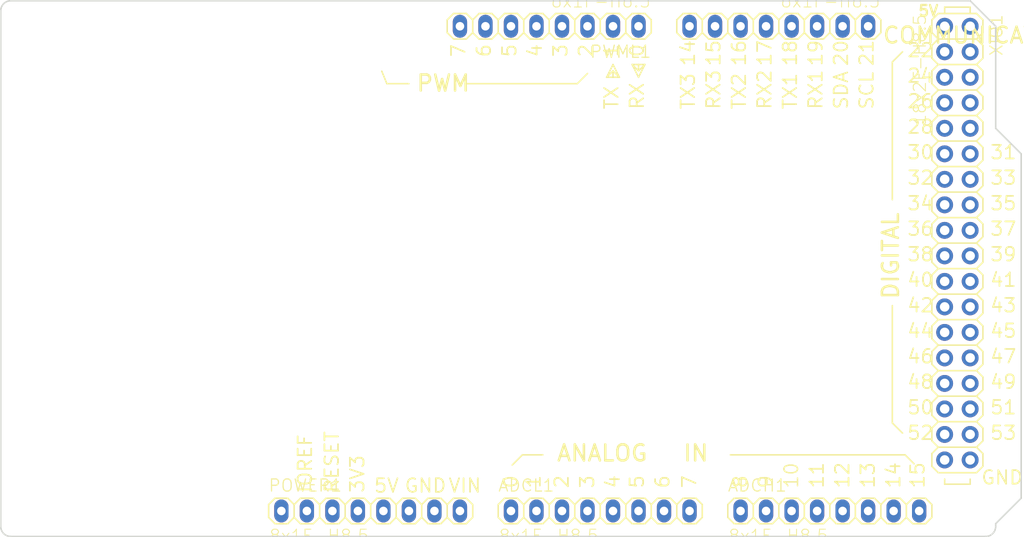
<source format=kicad_pcb>
(kicad_pcb (version 20171130) (host pcbnew "(5.1.10)-1")

  (general
    (thickness 1.6)
    (drawings 125)
    (tracks 0)
    (zones 0)
    (modules 6)
    (nets 71)
  )

  (page A4)
  (title_block
    (title "Arduino Mega 2560 Rev. 3")
    (rev 1.0)
    (comment 1 "Converted to KiCad by Prof. Mayhem")
    (comment 2 1/22/2018)
  )

  (layers
    (0 Top signal)
    (31 Bottom signal)
    (32 B.Adhes user)
    (33 F.Adhes user)
    (34 B.Paste user)
    (35 F.Paste user)
    (36 B.SilkS user)
    (37 F.SilkS user)
    (38 B.Mask user)
    (39 F.Mask user)
    (40 Dwgs.User user)
    (41 Cmts.User user)
    (42 Eco1.User user)
    (43 Eco2.User user)
    (44 Edge.Cuts user)
    (45 Margin user)
    (46 B.CrtYd user)
    (47 F.CrtYd user)
    (48 B.Fab user)
    (49 F.Fab user)
  )

  (setup
    (last_trace_width 0.25)
    (trace_clearance 0.1778)
    (zone_clearance 0.508)
    (zone_45_only no)
    (trace_min 0.2)
    (via_size 0.6)
    (via_drill 0.4)
    (via_min_size 0.4)
    (via_min_drill 0.3)
    (uvia_size 0.3)
    (uvia_drill 0.1)
    (uvias_allowed no)
    (uvia_min_size 0.2)
    (uvia_min_drill 0.1)
    (edge_width 0.15)
    (segment_width 0.2)
    (pcb_text_width 0.3)
    (pcb_text_size 1.5 1.5)
    (mod_edge_width 0.15)
    (mod_text_size 1 1)
    (mod_text_width 0.15)
    (pad_size 1.55 1.55)
    (pad_drill 0.95)
    (pad_to_mask_clearance 0.2)
    (aux_axis_origin 0 0)
    (visible_elements 7FFFFFDF)
    (pcbplotparams
      (layerselection 0x00030_80000001)
      (usegerberextensions false)
      (usegerberattributes true)
      (usegerberadvancedattributes true)
      (creategerberjobfile true)
      (excludeedgelayer true)
      (linewidth 0.100000)
      (plotframeref false)
      (viasonmask false)
      (mode 1)
      (useauxorigin false)
      (hpglpennumber 1)
      (hpglpenspeed 20)
      (hpglpendiameter 15.000000)
      (psnegative false)
      (psa4output false)
      (plotreference true)
      (plotvalue true)
      (plotinvisibletext false)
      (padsonsilk false)
      (subtractmaskfromsilk false)
      (outputformat 1)
      (mirror false)
      (drillshape 1)
      (scaleselection 1)
      (outputdirectory ""))
  )

  (net 0 "")
  (net 1 /ADC8)
  (net 2 /ADC9)
  (net 3 /ADC10)
  (net 4 /ADC11)
  (net 5 /ADC12)
  (net 6 /ADC13)
  (net 7 /ADC14)
  (net 8 /ADC15)
  (net 9 /ADC0)
  (net 10 /ADC1)
  (net 11 /ADC2)
  (net 12 /ADC3)
  (net 13 /ADC4)
  (net 14 /ADC5)
  (net 15 /ADC6)
  (net 16 /ADC7)
  (net 17 /RESET)
  (net 18 /VIN)
  (net 19 /SCL)
  (net 20 /SDA)
  (net 21 /RXD1)
  (net 22 /TXD1)
  (net 23 /RXD2)
  (net 24 /TXD2)
  (net 25 /RXD3)
  (net 26 /TXD3)
  (net 27 /PG5)
  (net 28 /PE0)
  (net 29 /PE1)
  (net 30 /PE3)
  (net 31 /PE4)
  (net 32 /PE5)
  (net 33 /PH3)
  (net 34 /PH4)
  (net 35 /PB0)
  (net 36 /PB1)
  (net 37 /PB2)
  (net 38 /PB3)
  (net 39 /PL0)
  (net 40 /PL1)
  (net 41 /PL2)
  (net 42 /PL3)
  (net 43 /PL4)
  (net 44 /PL5)
  (net 45 /PL6)
  (net 46 /PL7)
  (net 47 /PD7)
  (net 48 /PG0)
  (net 49 /PG1)
  (net 50 /PC0)
  (net 51 /PC1)
  (net 52 /PC2)
  (net 53 /PC3)
  (net 54 /PC4)
  (net 55 /PC5)
  (net 56 /PC6)
  (net 57 /PC7)
  (net 58 /PG2)
  (net 59 /PA7)
  (net 60 /PA6)
  (net 61 /PA5)
  (net 62 /PA4)
  (net 63 /PA3)
  (net 64 /PA2)
  (net 65 /PA1)
  (net 66 /PA0)
  (net 67 /+5V)
  (net 68 /GND)
  (net 69 "Net-(POWER1-Pad1)")
  (net 70 /+3V3)

  (net_class Default "This is the default net class."
    (clearance 0.1778)
    (trace_width 0.25)
    (via_dia 0.6)
    (via_drill 0.4)
    (uvia_dia 0.3)
    (uvia_drill 0.1)
    (add_net /+3V3)
    (add_net /+5V)
    (add_net /ADC0)
    (add_net /ADC1)
    (add_net /ADC10)
    (add_net /ADC11)
    (add_net /ADC12)
    (add_net /ADC13)
    (add_net /ADC14)
    (add_net /ADC15)
    (add_net /ADC2)
    (add_net /ADC3)
    (add_net /ADC4)
    (add_net /ADC5)
    (add_net /ADC6)
    (add_net /ADC7)
    (add_net /ADC8)
    (add_net /ADC9)
    (add_net /GND)
    (add_net /PA0)
    (add_net /PA1)
    (add_net /PA2)
    (add_net /PA3)
    (add_net /PA4)
    (add_net /PA5)
    (add_net /PA6)
    (add_net /PA7)
    (add_net /PB0)
    (add_net /PB1)
    (add_net /PB2)
    (add_net /PB3)
    (add_net /PC0)
    (add_net /PC1)
    (add_net /PC2)
    (add_net /PC3)
    (add_net /PC4)
    (add_net /PC5)
    (add_net /PC6)
    (add_net /PC7)
    (add_net /PD7)
    (add_net /PE0)
    (add_net /PE1)
    (add_net /PE3)
    (add_net /PE4)
    (add_net /PE5)
    (add_net /PG0)
    (add_net /PG1)
    (add_net /PG2)
    (add_net /PG5)
    (add_net /PH3)
    (add_net /PH4)
    (add_net /PL0)
    (add_net /PL1)
    (add_net /PL2)
    (add_net /PL3)
    (add_net /PL4)
    (add_net /PL5)
    (add_net /PL6)
    (add_net /PL7)
    (add_net /RESET)
    (add_net /RXD1)
    (add_net /RXD2)
    (add_net /RXD3)
    (add_net /SCL)
    (add_net /SDA)
    (add_net /TXD1)
    (add_net /TXD2)
    (add_net /TXD3)
    (add_net /VIN)
    (add_net "Net-(POWER1-Pad1)")
  )

  (module 1X08 (layer Top) (tedit 5A715BCA) (tstamp 5A5FD68D)
    (at 152.3111 80.8736 180)
    (descr "<b>PIN HEADER</b>")
    (path /5A6006FB)
    (fp_text reference PWML1 (at -10.2362 -1.8288 180) (layer F.SilkS)
      (effects (font (size 1.2065 1.2065) (thickness 0.127)) (justify right top))
    )
    (fp_text value 8x1F-H8.5 (at -10.16 3.175) (layer F.SilkS)
      (effects (font (size 1.2065 1.2065) (thickness 0.09652)) (justify right top))
    )
    (fp_poly (pts (xy 8.636 0.254) (xy 9.144 0.254) (xy 9.144 -0.254) (xy 8.636 -0.254)) (layer Dwgs.User) (width 0))
    (fp_poly (pts (xy -9.144 0.254) (xy -8.636 0.254) (xy -8.636 -0.254) (xy -9.144 -0.254)) (layer Dwgs.User) (width 0))
    (fp_poly (pts (xy -6.604 0.254) (xy -6.096 0.254) (xy -6.096 -0.254) (xy -6.604 -0.254)) (layer Dwgs.User) (width 0))
    (fp_poly (pts (xy -4.064 0.254) (xy -3.556 0.254) (xy -3.556 -0.254) (xy -4.064 -0.254)) (layer Dwgs.User) (width 0))
    (fp_poly (pts (xy -1.524 0.254) (xy -1.016 0.254) (xy -1.016 -0.254) (xy -1.524 -0.254)) (layer Dwgs.User) (width 0))
    (fp_poly (pts (xy 1.016 0.254) (xy 1.524 0.254) (xy 1.524 -0.254) (xy 1.016 -0.254)) (layer Dwgs.User) (width 0))
    (fp_poly (pts (xy 3.556 0.254) (xy 4.064 0.254) (xy 4.064 -0.254) (xy 3.556 -0.254)) (layer Dwgs.User) (width 0))
    (fp_poly (pts (xy 6.096 0.254) (xy 6.604 0.254) (xy 6.604 -0.254) (xy 6.096 -0.254)) (layer Dwgs.User) (width 0))
    (fp_line (start 9.525 1.27) (end 8.255 1.27) (layer F.SilkS) (width 0.1524))
    (fp_line (start 7.62 0.635) (end 8.255 1.27) (layer F.SilkS) (width 0.1524))
    (fp_line (start 8.255 -1.27) (end 7.62 -0.635) (layer F.SilkS) (width 0.1524))
    (fp_line (start 10.16 0.635) (end 9.525 1.27) (layer F.SilkS) (width 0.1524))
    (fp_line (start 10.16 -0.635) (end 10.16 0.635) (layer F.SilkS) (width 0.1524))
    (fp_line (start 9.525 -1.27) (end 10.16 -0.635) (layer F.SilkS) (width 0.1524))
    (fp_line (start 8.255 -1.27) (end 9.525 -1.27) (layer F.SilkS) (width 0.1524))
    (fp_line (start -8.255 1.27) (end -9.525 1.27) (layer F.SilkS) (width 0.1524))
    (fp_line (start -10.16 0.635) (end -9.525 1.27) (layer F.SilkS) (width 0.1524))
    (fp_line (start -9.525 -1.27) (end -10.16 -0.635) (layer F.SilkS) (width 0.1524))
    (fp_line (start -10.16 -0.635) (end -10.16 0.635) (layer F.SilkS) (width 0.1524))
    (fp_line (start -6.985 1.27) (end -7.62 0.635) (layer F.SilkS) (width 0.1524))
    (fp_line (start -5.715 1.27) (end -6.985 1.27) (layer F.SilkS) (width 0.1524))
    (fp_line (start -5.08 0.635) (end -5.715 1.27) (layer F.SilkS) (width 0.1524))
    (fp_line (start -5.08 -0.635) (end -5.08 0.635) (layer F.SilkS) (width 0.1524))
    (fp_line (start -5.715 -1.27) (end -5.08 -0.635) (layer F.SilkS) (width 0.1524))
    (fp_line (start -6.985 -1.27) (end -5.715 -1.27) (layer F.SilkS) (width 0.1524))
    (fp_line (start -7.62 -0.635) (end -6.985 -1.27) (layer F.SilkS) (width 0.1524))
    (fp_line (start -7.62 0.635) (end -8.255 1.27) (layer F.SilkS) (width 0.1524))
    (fp_line (start -7.62 -0.635) (end -7.62 0.635) (layer F.SilkS) (width 0.1524))
    (fp_line (start -8.255 -1.27) (end -7.62 -0.635) (layer F.SilkS) (width 0.1524))
    (fp_line (start -9.525 -1.27) (end -8.255 -1.27) (layer F.SilkS) (width 0.1524))
    (fp_line (start -0.635 1.27) (end -1.905 1.27) (layer F.SilkS) (width 0.1524))
    (fp_line (start -2.54 0.635) (end -1.905 1.27) (layer F.SilkS) (width 0.1524))
    (fp_line (start -1.905 -1.27) (end -2.54 -0.635) (layer F.SilkS) (width 0.1524))
    (fp_line (start -4.445 1.27) (end -5.08 0.635) (layer F.SilkS) (width 0.1524))
    (fp_line (start -3.175 1.27) (end -4.445 1.27) (layer F.SilkS) (width 0.1524))
    (fp_line (start -2.54 0.635) (end -3.175 1.27) (layer F.SilkS) (width 0.1524))
    (fp_line (start -2.54 -0.635) (end -2.54 0.635) (layer F.SilkS) (width 0.1524))
    (fp_line (start -3.175 -1.27) (end -2.54 -0.635) (layer F.SilkS) (width 0.1524))
    (fp_line (start -4.445 -1.27) (end -3.175 -1.27) (layer F.SilkS) (width 0.1524))
    (fp_line (start -5.08 -0.635) (end -4.445 -1.27) (layer F.SilkS) (width 0.1524))
    (fp_line (start 0.635 1.27) (end 0 0.635) (layer F.SilkS) (width 0.1524))
    (fp_line (start 1.905 1.27) (end 0.635 1.27) (layer F.SilkS) (width 0.1524))
    (fp_line (start 2.54 0.635) (end 1.905 1.27) (layer F.SilkS) (width 0.1524))
    (fp_line (start 2.54 -0.635) (end 2.54 0.635) (layer F.SilkS) (width 0.1524))
    (fp_line (start 1.905 -1.27) (end 2.54 -0.635) (layer F.SilkS) (width 0.1524))
    (fp_line (start 0.635 -1.27) (end 1.905 -1.27) (layer F.SilkS) (width 0.1524))
    (fp_line (start 0 -0.635) (end 0.635 -1.27) (layer F.SilkS) (width 0.1524))
    (fp_line (start 0 0.635) (end -0.635 1.27) (layer F.SilkS) (width 0.1524))
    (fp_line (start 0 -0.635) (end 0 0.635) (layer F.SilkS) (width 0.1524))
    (fp_line (start -0.635 -1.27) (end 0 -0.635) (layer F.SilkS) (width 0.1524))
    (fp_line (start -1.905 -1.27) (end -0.635 -1.27) (layer F.SilkS) (width 0.1524))
    (fp_line (start 6.985 1.27) (end 5.715 1.27) (layer F.SilkS) (width 0.1524))
    (fp_line (start 5.08 0.635) (end 5.715 1.27) (layer F.SilkS) (width 0.1524))
    (fp_line (start 5.715 -1.27) (end 5.08 -0.635) (layer F.SilkS) (width 0.1524))
    (fp_line (start 3.175 1.27) (end 2.54 0.635) (layer F.SilkS) (width 0.1524))
    (fp_line (start 4.445 1.27) (end 3.175 1.27) (layer F.SilkS) (width 0.1524))
    (fp_line (start 5.08 0.635) (end 4.445 1.27) (layer F.SilkS) (width 0.1524))
    (fp_line (start 5.08 -0.635) (end 5.08 0.635) (layer F.SilkS) (width 0.1524))
    (fp_line (start 4.445 -1.27) (end 5.08 -0.635) (layer F.SilkS) (width 0.1524))
    (fp_line (start 3.175 -1.27) (end 4.445 -1.27) (layer F.SilkS) (width 0.1524))
    (fp_line (start 2.54 -0.635) (end 3.175 -1.27) (layer F.SilkS) (width 0.1524))
    (fp_line (start 7.62 0.635) (end 6.985 1.27) (layer F.SilkS) (width 0.1524))
    (fp_line (start 7.62 -0.635) (end 7.62 0.635) (layer F.SilkS) (width 0.1524))
    (fp_line (start 6.985 -1.27) (end 7.62 -0.635) (layer F.SilkS) (width 0.1524))
    (fp_line (start 5.715 -1.27) (end 6.985 -1.27) (layer F.SilkS) (width 0.1524))
    (pad 1 thru_hole oval (at -8.89 0 270) (size 2.27584 1.4224) (drill 0.85) (layers *.Cu *.Mask)
      (net 28 /PE0))
    (pad 2 thru_hole oval (at -6.35 0 270) (size 2.27584 1.4224) (drill 0.85) (layers *.Cu *.Mask)
      (net 29 /PE1))
    (pad 3 thru_hole oval (at -3.81 0 270) (size 2.27584 1.4224) (drill 0.85) (layers *.Cu *.Mask)
      (net 31 /PE4))
    (pad 4 thru_hole oval (at -1.27 0 270) (size 2.27584 1.4224) (drill 0.85) (layers *.Cu *.Mask)
      (net 32 /PE5))
    (pad 5 thru_hole oval (at 1.27 0 270) (size 2.27584 1.4224) (drill 0.85) (layers *.Cu *.Mask)
      (net 27 /PG5))
    (pad 6 thru_hole oval (at 3.81 0 270) (size 2.27584 1.4224) (drill 0.85) (layers *.Cu *.Mask)
      (net 30 /PE3))
    (pad 7 thru_hole oval (at 6.35 0 270) (size 2.27584 1.4224) (drill 0.85) (layers *.Cu *.Mask)
      (net 33 /PH3))
    (pad 8 thru_hole oval (at 8.89 0 270) (size 2.27584 1.4224) (drill 0.85) (layers *.Cu *.Mask)
      (net 34 /PH4))
  )

  (module 1X08 (layer Top) (tedit 5A7159F7) (tstamp 5A5FD783)
    (at 157.3911 129.1336)
    (descr "<b>PIN HEADER</b>")
    (path /5A5FD753)
    (fp_text reference ADCL1 (at -10.2362 -1.8288) (layer F.SilkS)
      (effects (font (size 1.2065 1.2065) (thickness 0.12065)) (justify left bottom))
    )
    (fp_text value 8x1F-H8.5 (at -10.16 3.175) (layer F.SilkS)
      (effects (font (size 1.2065 1.2065) (thickness 0.09652)) (justify left bottom))
    )
    (fp_poly (pts (xy 8.636 0.254) (xy 9.144 0.254) (xy 9.144 -0.254) (xy 8.636 -0.254)) (layer Dwgs.User) (width 0))
    (fp_poly (pts (xy -9.144 0.254) (xy -8.636 0.254) (xy -8.636 -0.254) (xy -9.144 -0.254)) (layer Dwgs.User) (width 0))
    (fp_poly (pts (xy -6.604 0.254) (xy -6.096 0.254) (xy -6.096 -0.254) (xy -6.604 -0.254)) (layer Dwgs.User) (width 0))
    (fp_poly (pts (xy -4.064 0.254) (xy -3.556 0.254) (xy -3.556 -0.254) (xy -4.064 -0.254)) (layer Dwgs.User) (width 0))
    (fp_poly (pts (xy -1.524 0.254) (xy -1.016 0.254) (xy -1.016 -0.254) (xy -1.524 -0.254)) (layer Dwgs.User) (width 0))
    (fp_poly (pts (xy 1.016 0.254) (xy 1.524 0.254) (xy 1.524 -0.254) (xy 1.016 -0.254)) (layer Dwgs.User) (width 0))
    (fp_poly (pts (xy 3.556 0.254) (xy 4.064 0.254) (xy 4.064 -0.254) (xy 3.556 -0.254)) (layer Dwgs.User) (width 0))
    (fp_poly (pts (xy 6.096 0.254) (xy 6.604 0.254) (xy 6.604 -0.254) (xy 6.096 -0.254)) (layer Dwgs.User) (width 0))
    (fp_line (start 9.525 1.27) (end 8.255 1.27) (layer F.SilkS) (width 0.1524))
    (fp_line (start 7.62 0.635) (end 8.255 1.27) (layer F.SilkS) (width 0.1524))
    (fp_line (start 8.255 -1.27) (end 7.62 -0.635) (layer F.SilkS) (width 0.1524))
    (fp_line (start 10.16 0.635) (end 9.525 1.27) (layer F.SilkS) (width 0.1524))
    (fp_line (start 10.16 -0.635) (end 10.16 0.635) (layer F.SilkS) (width 0.1524))
    (fp_line (start 9.525 -1.27) (end 10.16 -0.635) (layer F.SilkS) (width 0.1524))
    (fp_line (start 8.255 -1.27) (end 9.525 -1.27) (layer F.SilkS) (width 0.1524))
    (fp_line (start -8.255 1.27) (end -9.525 1.27) (layer F.SilkS) (width 0.1524))
    (fp_line (start -10.16 0.635) (end -9.525 1.27) (layer F.SilkS) (width 0.1524))
    (fp_line (start -9.525 -1.27) (end -10.16 -0.635) (layer F.SilkS) (width 0.1524))
    (fp_line (start -10.16 -0.635) (end -10.16 0.635) (layer F.SilkS) (width 0.1524))
    (fp_line (start -6.985 1.27) (end -7.62 0.635) (layer F.SilkS) (width 0.1524))
    (fp_line (start -5.715 1.27) (end -6.985 1.27) (layer F.SilkS) (width 0.1524))
    (fp_line (start -5.08 0.635) (end -5.715 1.27) (layer F.SilkS) (width 0.1524))
    (fp_line (start -5.08 -0.635) (end -5.08 0.635) (layer F.SilkS) (width 0.1524))
    (fp_line (start -5.715 -1.27) (end -5.08 -0.635) (layer F.SilkS) (width 0.1524))
    (fp_line (start -6.985 -1.27) (end -5.715 -1.27) (layer F.SilkS) (width 0.1524))
    (fp_line (start -7.62 -0.635) (end -6.985 -1.27) (layer F.SilkS) (width 0.1524))
    (fp_line (start -7.62 0.635) (end -8.255 1.27) (layer F.SilkS) (width 0.1524))
    (fp_line (start -7.62 -0.635) (end -7.62 0.635) (layer F.SilkS) (width 0.1524))
    (fp_line (start -8.255 -1.27) (end -7.62 -0.635) (layer F.SilkS) (width 0.1524))
    (fp_line (start -9.525 -1.27) (end -8.255 -1.27) (layer F.SilkS) (width 0.1524))
    (fp_line (start -0.635 1.27) (end -1.905 1.27) (layer F.SilkS) (width 0.1524))
    (fp_line (start -2.54 0.635) (end -1.905 1.27) (layer F.SilkS) (width 0.1524))
    (fp_line (start -1.905 -1.27) (end -2.54 -0.635) (layer F.SilkS) (width 0.1524))
    (fp_line (start -4.445 1.27) (end -5.08 0.635) (layer F.SilkS) (width 0.1524))
    (fp_line (start -3.175 1.27) (end -4.445 1.27) (layer F.SilkS) (width 0.1524))
    (fp_line (start -2.54 0.635) (end -3.175 1.27) (layer F.SilkS) (width 0.1524))
    (fp_line (start -2.54 -0.635) (end -2.54 0.635) (layer F.SilkS) (width 0.1524))
    (fp_line (start -3.175 -1.27) (end -2.54 -0.635) (layer F.SilkS) (width 0.1524))
    (fp_line (start -4.445 -1.27) (end -3.175 -1.27) (layer F.SilkS) (width 0.1524))
    (fp_line (start -5.08 -0.635) (end -4.445 -1.27) (layer F.SilkS) (width 0.1524))
    (fp_line (start 0.635 1.27) (end 0 0.635) (layer F.SilkS) (width 0.1524))
    (fp_line (start 1.905 1.27) (end 0.635 1.27) (layer F.SilkS) (width 0.1524))
    (fp_line (start 2.54 0.635) (end 1.905 1.27) (layer F.SilkS) (width 0.1524))
    (fp_line (start 2.54 -0.635) (end 2.54 0.635) (layer F.SilkS) (width 0.1524))
    (fp_line (start 1.905 -1.27) (end 2.54 -0.635) (layer F.SilkS) (width 0.1524))
    (fp_line (start 0.635 -1.27) (end 1.905 -1.27) (layer F.SilkS) (width 0.1524))
    (fp_line (start 0 -0.635) (end 0.635 -1.27) (layer F.SilkS) (width 0.1524))
    (fp_line (start 0 0.635) (end -0.635 1.27) (layer F.SilkS) (width 0.1524))
    (fp_line (start 0 -0.635) (end 0 0.635) (layer F.SilkS) (width 0.1524))
    (fp_line (start -0.635 -1.27) (end 0 -0.635) (layer F.SilkS) (width 0.1524))
    (fp_line (start -1.905 -1.27) (end -0.635 -1.27) (layer F.SilkS) (width 0.1524))
    (fp_line (start 6.985 1.27) (end 5.715 1.27) (layer F.SilkS) (width 0.1524))
    (fp_line (start 5.08 0.635) (end 5.715 1.27) (layer F.SilkS) (width 0.1524))
    (fp_line (start 5.715 -1.27) (end 5.08 -0.635) (layer F.SilkS) (width 0.1524))
    (fp_line (start 3.175 1.27) (end 2.54 0.635) (layer F.SilkS) (width 0.1524))
    (fp_line (start 4.445 1.27) (end 3.175 1.27) (layer F.SilkS) (width 0.1524))
    (fp_line (start 5.08 0.635) (end 4.445 1.27) (layer F.SilkS) (width 0.1524))
    (fp_line (start 5.08 -0.635) (end 5.08 0.635) (layer F.SilkS) (width 0.1524))
    (fp_line (start 4.445 -1.27) (end 5.08 -0.635) (layer F.SilkS) (width 0.1524))
    (fp_line (start 3.175 -1.27) (end 4.445 -1.27) (layer F.SilkS) (width 0.1524))
    (fp_line (start 2.54 -0.635) (end 3.175 -1.27) (layer F.SilkS) (width 0.1524))
    (fp_line (start 7.62 0.635) (end 6.985 1.27) (layer F.SilkS) (width 0.1524))
    (fp_line (start 7.62 -0.635) (end 7.62 0.635) (layer F.SilkS) (width 0.1524))
    (fp_line (start 6.985 -1.27) (end 7.62 -0.635) (layer F.SilkS) (width 0.1524))
    (fp_line (start 5.715 -1.27) (end 6.985 -1.27) (layer F.SilkS) (width 0.1524))
    (pad 1 thru_hole oval (at -8.89 0 90) (size 2.27584 1.4224) (drill 0.85) (layers *.Cu *.Mask)
      (net 9 /ADC0))
    (pad 2 thru_hole oval (at -6.35 0 90) (size 2.27584 1.4224) (drill 0.85) (layers *.Cu *.Mask)
      (net 10 /ADC1))
    (pad 3 thru_hole oval (at -3.81 0 90) (size 2.27584 1.4224) (drill 0.85) (layers *.Cu *.Mask)
      (net 11 /ADC2))
    (pad 4 thru_hole oval (at -1.27 0 90) (size 2.27584 1.4224) (drill 0.85) (layers *.Cu *.Mask)
      (net 12 /ADC3))
    (pad 5 thru_hole oval (at 1.27 0 90) (size 2.27584 1.4224) (drill 0.85) (layers *.Cu *.Mask)
      (net 13 /ADC4))
    (pad 6 thru_hole oval (at 3.81 0 90) (size 2.27584 1.4224) (drill 0.85) (layers *.Cu *.Mask)
      (net 14 /ADC5))
    (pad 7 thru_hole oval (at 6.35 0 90) (size 2.27584 1.4224) (drill 0.85) (layers *.Cu *.Mask)
      (net 15 /ADC6))
    (pad 8 thru_hole oval (at 8.89 0 90) (size 2.27584 1.4224) (drill 0.85) (layers *.Cu *.Mask)
      (net 16 /ADC7))
  )

  (module 1X08 (layer Top) (tedit 5A715B68) (tstamp 5A5FD7CF)
    (at 175.1711 80.8736 180)
    (descr "<b>PIN HEADER</b>")
    (path /5A5FE3D3)
    (fp_text reference COMMUNICATION1 (at -10.2362 -1.8288 180) (layer F.SilkS)
      (effects (font (size 1.59258 1.59258) (thickness 0.238887)) (justify left bottom))
    )
    (fp_text value 8x1F-H8.5 (at -10.16 3.175) (layer F.SilkS)
      (effects (font (size 1.2065 1.2065) (thickness 0.09652)) (justify right top))
    )
    (fp_poly (pts (xy 8.636 0.254) (xy 9.144 0.254) (xy 9.144 -0.254) (xy 8.636 -0.254)) (layer Dwgs.User) (width 0))
    (fp_poly (pts (xy -9.144 0.254) (xy -8.636 0.254) (xy -8.636 -0.254) (xy -9.144 -0.254)) (layer Dwgs.User) (width 0))
    (fp_poly (pts (xy -6.604 0.254) (xy -6.096 0.254) (xy -6.096 -0.254) (xy -6.604 -0.254)) (layer Dwgs.User) (width 0))
    (fp_poly (pts (xy -4.064 0.254) (xy -3.556 0.254) (xy -3.556 -0.254) (xy -4.064 -0.254)) (layer Dwgs.User) (width 0))
    (fp_poly (pts (xy -1.524 0.254) (xy -1.016 0.254) (xy -1.016 -0.254) (xy -1.524 -0.254)) (layer Dwgs.User) (width 0))
    (fp_poly (pts (xy 1.016 0.254) (xy 1.524 0.254) (xy 1.524 -0.254) (xy 1.016 -0.254)) (layer Dwgs.User) (width 0))
    (fp_poly (pts (xy 3.556 0.254) (xy 4.064 0.254) (xy 4.064 -0.254) (xy 3.556 -0.254)) (layer Dwgs.User) (width 0))
    (fp_poly (pts (xy 6.096 0.254) (xy 6.604 0.254) (xy 6.604 -0.254) (xy 6.096 -0.254)) (layer Dwgs.User) (width 0))
    (fp_line (start 9.525 1.27) (end 8.255 1.27) (layer F.SilkS) (width 0.1524))
    (fp_line (start 7.62 0.635) (end 8.255 1.27) (layer F.SilkS) (width 0.1524))
    (fp_line (start 8.255 -1.27) (end 7.62 -0.635) (layer F.SilkS) (width 0.1524))
    (fp_line (start 10.16 0.635) (end 9.525 1.27) (layer F.SilkS) (width 0.1524))
    (fp_line (start 10.16 -0.635) (end 10.16 0.635) (layer F.SilkS) (width 0.1524))
    (fp_line (start 9.525 -1.27) (end 10.16 -0.635) (layer F.SilkS) (width 0.1524))
    (fp_line (start 8.255 -1.27) (end 9.525 -1.27) (layer F.SilkS) (width 0.1524))
    (fp_line (start -8.255 1.27) (end -9.525 1.27) (layer F.SilkS) (width 0.1524))
    (fp_line (start -10.16 0.635) (end -9.525 1.27) (layer F.SilkS) (width 0.1524))
    (fp_line (start -9.525 -1.27) (end -10.16 -0.635) (layer F.SilkS) (width 0.1524))
    (fp_line (start -10.16 -0.635) (end -10.16 0.635) (layer F.SilkS) (width 0.1524))
    (fp_line (start -6.985 1.27) (end -7.62 0.635) (layer F.SilkS) (width 0.1524))
    (fp_line (start -5.715 1.27) (end -6.985 1.27) (layer F.SilkS) (width 0.1524))
    (fp_line (start -5.08 0.635) (end -5.715 1.27) (layer F.SilkS) (width 0.1524))
    (fp_line (start -5.08 -0.635) (end -5.08 0.635) (layer F.SilkS) (width 0.1524))
    (fp_line (start -5.715 -1.27) (end -5.08 -0.635) (layer F.SilkS) (width 0.1524))
    (fp_line (start -6.985 -1.27) (end -5.715 -1.27) (layer F.SilkS) (width 0.1524))
    (fp_line (start -7.62 -0.635) (end -6.985 -1.27) (layer F.SilkS) (width 0.1524))
    (fp_line (start -7.62 0.635) (end -8.255 1.27) (layer F.SilkS) (width 0.1524))
    (fp_line (start -7.62 -0.635) (end -7.62 0.635) (layer F.SilkS) (width 0.1524))
    (fp_line (start -8.255 -1.27) (end -7.62 -0.635) (layer F.SilkS) (width 0.1524))
    (fp_line (start -9.525 -1.27) (end -8.255 -1.27) (layer F.SilkS) (width 0.1524))
    (fp_line (start -0.635 1.27) (end -1.905 1.27) (layer F.SilkS) (width 0.1524))
    (fp_line (start -2.54 0.635) (end -1.905 1.27) (layer F.SilkS) (width 0.1524))
    (fp_line (start -1.905 -1.27) (end -2.54 -0.635) (layer F.SilkS) (width 0.1524))
    (fp_line (start -4.445 1.27) (end -5.08 0.635) (layer F.SilkS) (width 0.1524))
    (fp_line (start -3.175 1.27) (end -4.445 1.27) (layer F.SilkS) (width 0.1524))
    (fp_line (start -2.54 0.635) (end -3.175 1.27) (layer F.SilkS) (width 0.1524))
    (fp_line (start -2.54 -0.635) (end -2.54 0.635) (layer F.SilkS) (width 0.1524))
    (fp_line (start -3.175 -1.27) (end -2.54 -0.635) (layer F.SilkS) (width 0.1524))
    (fp_line (start -4.445 -1.27) (end -3.175 -1.27) (layer F.SilkS) (width 0.1524))
    (fp_line (start -5.08 -0.635) (end -4.445 -1.27) (layer F.SilkS) (width 0.1524))
    (fp_line (start 0.635 1.27) (end 0 0.635) (layer F.SilkS) (width 0.1524))
    (fp_line (start 1.905 1.27) (end 0.635 1.27) (layer F.SilkS) (width 0.1524))
    (fp_line (start 2.54 0.635) (end 1.905 1.27) (layer F.SilkS) (width 0.1524))
    (fp_line (start 2.54 -0.635) (end 2.54 0.635) (layer F.SilkS) (width 0.1524))
    (fp_line (start 1.905 -1.27) (end 2.54 -0.635) (layer F.SilkS) (width 0.1524))
    (fp_line (start 0.635 -1.27) (end 1.905 -1.27) (layer F.SilkS) (width 0.1524))
    (fp_line (start 0 -0.635) (end 0.635 -1.27) (layer F.SilkS) (width 0.1524))
    (fp_line (start 0 0.635) (end -0.635 1.27) (layer F.SilkS) (width 0.1524))
    (fp_line (start 0 -0.635) (end 0 0.635) (layer F.SilkS) (width 0.1524))
    (fp_line (start -0.635 -1.27) (end 0 -0.635) (layer F.SilkS) (width 0.1524))
    (fp_line (start -1.905 -1.27) (end -0.635 -1.27) (layer F.SilkS) (width 0.1524))
    (fp_line (start 6.985 1.27) (end 5.715 1.27) (layer F.SilkS) (width 0.1524))
    (fp_line (start 5.08 0.635) (end 5.715 1.27) (layer F.SilkS) (width 0.1524))
    (fp_line (start 5.715 -1.27) (end 5.08 -0.635) (layer F.SilkS) (width 0.1524))
    (fp_line (start 3.175 1.27) (end 2.54 0.635) (layer F.SilkS) (width 0.1524))
    (fp_line (start 4.445 1.27) (end 3.175 1.27) (layer F.SilkS) (width 0.1524))
    (fp_line (start 5.08 0.635) (end 4.445 1.27) (layer F.SilkS) (width 0.1524))
    (fp_line (start 5.08 -0.635) (end 5.08 0.635) (layer F.SilkS) (width 0.1524))
    (fp_line (start 4.445 -1.27) (end 5.08 -0.635) (layer F.SilkS) (width 0.1524))
    (fp_line (start 3.175 -1.27) (end 4.445 -1.27) (layer F.SilkS) (width 0.1524))
    (fp_line (start 2.54 -0.635) (end 3.175 -1.27) (layer F.SilkS) (width 0.1524))
    (fp_line (start 7.62 0.635) (end 6.985 1.27) (layer F.SilkS) (width 0.1524))
    (fp_line (start 7.62 -0.635) (end 7.62 0.635) (layer F.SilkS) (width 0.1524))
    (fp_line (start 6.985 -1.27) (end 7.62 -0.635) (layer F.SilkS) (width 0.1524))
    (fp_line (start 5.715 -1.27) (end 6.985 -1.27) (layer F.SilkS) (width 0.1524))
    (pad 1 thru_hole oval (at -8.89 0 270) (size 2.27584 1.4224) (drill 0.85) (layers *.Cu *.Mask)
      (net 19 /SCL))
    (pad 2 thru_hole oval (at -6.35 0 270) (size 2.27584 1.4224) (drill 0.85) (layers *.Cu *.Mask)
      (net 20 /SDA))
    (pad 3 thru_hole oval (at -3.81 0 270) (size 2.27584 1.4224) (drill 0.85) (layers *.Cu *.Mask)
      (net 21 /RXD1))
    (pad 4 thru_hole oval (at -1.27 0 270) (size 2.27584 1.4224) (drill 0.85) (layers *.Cu *.Mask)
      (net 22 /TXD1))
    (pad 5 thru_hole oval (at 1.27 0 270) (size 2.27584 1.4224) (drill 0.85) (layers *.Cu *.Mask)
      (net 23 /RXD2))
    (pad 6 thru_hole oval (at 3.81 0 270) (size 2.27584 1.4224) (drill 0.85) (layers *.Cu *.Mask)
      (net 24 /TXD2))
    (pad 7 thru_hole oval (at 6.35 0 270) (size 2.27584 1.4224) (drill 0.85) (layers *.Cu *.Mask)
      (net 25 /RXD3))
    (pad 8 thru_hole oval (at 8.89 0 270) (size 2.27584 1.4224) (drill 0.85) (layers *.Cu *.Mask)
      (net 26 /TXD3))
  )

  (module 1X08 (layer Top) (tedit 5A7159B6) (tstamp 5A5FD90D)
    (at 180.2511 129.1336)
    (descr "<b>PIN HEADER</b>")
    (path /5A5FD68B)
    (fp_text reference ADCH1 (at -10.2362 -1.8288) (layer F.SilkS)
      (effects (font (size 1.2065 1.2065) (thickness 0.12065)) (justify left bottom))
    )
    (fp_text value 8x1F-H8.5 (at -10.16 3.175) (layer F.SilkS)
      (effects (font (size 1.2065 1.2065) (thickness 0.09652)) (justify left bottom))
    )
    (fp_poly (pts (xy 8.636 0.254) (xy 9.144 0.254) (xy 9.144 -0.254) (xy 8.636 -0.254)) (layer Dwgs.User) (width 0))
    (fp_poly (pts (xy -9.144 0.254) (xy -8.636 0.254) (xy -8.636 -0.254) (xy -9.144 -0.254)) (layer Dwgs.User) (width 0))
    (fp_poly (pts (xy -6.604 0.254) (xy -6.096 0.254) (xy -6.096 -0.254) (xy -6.604 -0.254)) (layer Dwgs.User) (width 0))
    (fp_poly (pts (xy -4.064 0.254) (xy -3.556 0.254) (xy -3.556 -0.254) (xy -4.064 -0.254)) (layer Dwgs.User) (width 0))
    (fp_poly (pts (xy -1.524 0.254) (xy -1.016 0.254) (xy -1.016 -0.254) (xy -1.524 -0.254)) (layer Dwgs.User) (width 0))
    (fp_poly (pts (xy 1.016 0.254) (xy 1.524 0.254) (xy 1.524 -0.254) (xy 1.016 -0.254)) (layer Dwgs.User) (width 0))
    (fp_poly (pts (xy 3.556 0.254) (xy 4.064 0.254) (xy 4.064 -0.254) (xy 3.556 -0.254)) (layer Dwgs.User) (width 0))
    (fp_poly (pts (xy 6.096 0.254) (xy 6.604 0.254) (xy 6.604 -0.254) (xy 6.096 -0.254)) (layer Dwgs.User) (width 0))
    (fp_line (start 9.525 1.27) (end 8.255 1.27) (layer F.SilkS) (width 0.1524))
    (fp_line (start 7.62 0.635) (end 8.255 1.27) (layer F.SilkS) (width 0.1524))
    (fp_line (start 8.255 -1.27) (end 7.62 -0.635) (layer F.SilkS) (width 0.1524))
    (fp_line (start 10.16 0.635) (end 9.525 1.27) (layer F.SilkS) (width 0.1524))
    (fp_line (start 10.16 -0.635) (end 10.16 0.635) (layer F.SilkS) (width 0.1524))
    (fp_line (start 9.525 -1.27) (end 10.16 -0.635) (layer F.SilkS) (width 0.1524))
    (fp_line (start 8.255 -1.27) (end 9.525 -1.27) (layer F.SilkS) (width 0.1524))
    (fp_line (start -8.255 1.27) (end -9.525 1.27) (layer F.SilkS) (width 0.1524))
    (fp_line (start -10.16 0.635) (end -9.525 1.27) (layer F.SilkS) (width 0.1524))
    (fp_line (start -9.525 -1.27) (end -10.16 -0.635) (layer F.SilkS) (width 0.1524))
    (fp_line (start -10.16 -0.635) (end -10.16 0.635) (layer F.SilkS) (width 0.1524))
    (fp_line (start -6.985 1.27) (end -7.62 0.635) (layer F.SilkS) (width 0.1524))
    (fp_line (start -5.715 1.27) (end -6.985 1.27) (layer F.SilkS) (width 0.1524))
    (fp_line (start -5.08 0.635) (end -5.715 1.27) (layer F.SilkS) (width 0.1524))
    (fp_line (start -5.08 -0.635) (end -5.08 0.635) (layer F.SilkS) (width 0.1524))
    (fp_line (start -5.715 -1.27) (end -5.08 -0.635) (layer F.SilkS) (width 0.1524))
    (fp_line (start -6.985 -1.27) (end -5.715 -1.27) (layer F.SilkS) (width 0.1524))
    (fp_line (start -7.62 -0.635) (end -6.985 -1.27) (layer F.SilkS) (width 0.1524))
    (fp_line (start -7.62 0.635) (end -8.255 1.27) (layer F.SilkS) (width 0.1524))
    (fp_line (start -7.62 -0.635) (end -7.62 0.635) (layer F.SilkS) (width 0.1524))
    (fp_line (start -8.255 -1.27) (end -7.62 -0.635) (layer F.SilkS) (width 0.1524))
    (fp_line (start -9.525 -1.27) (end -8.255 -1.27) (layer F.SilkS) (width 0.1524))
    (fp_line (start -0.635 1.27) (end -1.905 1.27) (layer F.SilkS) (width 0.1524))
    (fp_line (start -2.54 0.635) (end -1.905 1.27) (layer F.SilkS) (width 0.1524))
    (fp_line (start -1.905 -1.27) (end -2.54 -0.635) (layer F.SilkS) (width 0.1524))
    (fp_line (start -4.445 1.27) (end -5.08 0.635) (layer F.SilkS) (width 0.1524))
    (fp_line (start -3.175 1.27) (end -4.445 1.27) (layer F.SilkS) (width 0.1524))
    (fp_line (start -2.54 0.635) (end -3.175 1.27) (layer F.SilkS) (width 0.1524))
    (fp_line (start -2.54 -0.635) (end -2.54 0.635) (layer F.SilkS) (width 0.1524))
    (fp_line (start -3.175 -1.27) (end -2.54 -0.635) (layer F.SilkS) (width 0.1524))
    (fp_line (start -4.445 -1.27) (end -3.175 -1.27) (layer F.SilkS) (width 0.1524))
    (fp_line (start -5.08 -0.635) (end -4.445 -1.27) (layer F.SilkS) (width 0.1524))
    (fp_line (start 0.635 1.27) (end 0 0.635) (layer F.SilkS) (width 0.1524))
    (fp_line (start 1.905 1.27) (end 0.635 1.27) (layer F.SilkS) (width 0.1524))
    (fp_line (start 2.54 0.635) (end 1.905 1.27) (layer F.SilkS) (width 0.1524))
    (fp_line (start 2.54 -0.635) (end 2.54 0.635) (layer F.SilkS) (width 0.1524))
    (fp_line (start 1.905 -1.27) (end 2.54 -0.635) (layer F.SilkS) (width 0.1524))
    (fp_line (start 0.635 -1.27) (end 1.905 -1.27) (layer F.SilkS) (width 0.1524))
    (fp_line (start 0 -0.635) (end 0.635 -1.27) (layer F.SilkS) (width 0.1524))
    (fp_line (start 0 0.635) (end -0.635 1.27) (layer F.SilkS) (width 0.1524))
    (fp_line (start 0 -0.635) (end 0 0.635) (layer F.SilkS) (width 0.1524))
    (fp_line (start -0.635 -1.27) (end 0 -0.635) (layer F.SilkS) (width 0.1524))
    (fp_line (start -1.905 -1.27) (end -0.635 -1.27) (layer F.SilkS) (width 0.1524))
    (fp_line (start 6.985 1.27) (end 5.715 1.27) (layer F.SilkS) (width 0.1524))
    (fp_line (start 5.08 0.635) (end 5.715 1.27) (layer F.SilkS) (width 0.1524))
    (fp_line (start 5.715 -1.27) (end 5.08 -0.635) (layer F.SilkS) (width 0.1524))
    (fp_line (start 3.175 1.27) (end 2.54 0.635) (layer F.SilkS) (width 0.1524))
    (fp_line (start 4.445 1.27) (end 3.175 1.27) (layer F.SilkS) (width 0.1524))
    (fp_line (start 5.08 0.635) (end 4.445 1.27) (layer F.SilkS) (width 0.1524))
    (fp_line (start 5.08 -0.635) (end 5.08 0.635) (layer F.SilkS) (width 0.1524))
    (fp_line (start 4.445 -1.27) (end 5.08 -0.635) (layer F.SilkS) (width 0.1524))
    (fp_line (start 3.175 -1.27) (end 4.445 -1.27) (layer F.SilkS) (width 0.1524))
    (fp_line (start 2.54 -0.635) (end 3.175 -1.27) (layer F.SilkS) (width 0.1524))
    (fp_line (start 7.62 0.635) (end 6.985 1.27) (layer F.SilkS) (width 0.1524))
    (fp_line (start 7.62 -0.635) (end 7.62 0.635) (layer F.SilkS) (width 0.1524))
    (fp_line (start 6.985 -1.27) (end 7.62 -0.635) (layer F.SilkS) (width 0.1524))
    (fp_line (start 5.715 -1.27) (end 6.985 -1.27) (layer F.SilkS) (width 0.1524))
    (pad 1 thru_hole oval (at -8.89 0 90) (size 2.27584 1.4224) (drill 0.85) (layers *.Cu *.Mask)
      (net 1 /ADC8))
    (pad 2 thru_hole oval (at -6.35 0 90) (size 2.27584 1.4224) (drill 0.85) (layers *.Cu *.Mask)
      (net 2 /ADC9))
    (pad 3 thru_hole oval (at -3.81 0 90) (size 2.27584 1.4224) (drill 0.85) (layers *.Cu *.Mask)
      (net 3 /ADC10))
    (pad 4 thru_hole oval (at -1.27 0 90) (size 2.27584 1.4224) (drill 0.85) (layers *.Cu *.Mask)
      (net 4 /ADC11))
    (pad 5 thru_hole oval (at 1.27 0 90) (size 2.27584 1.4224) (drill 0.85) (layers *.Cu *.Mask)
      (net 5 /ADC12))
    (pad 6 thru_hole oval (at 3.81 0 90) (size 2.27584 1.4224) (drill 0.85) (layers *.Cu *.Mask)
      (net 6 /ADC13))
    (pad 7 thru_hole oval (at 6.35 0 90) (size 2.27584 1.4224) (drill 0.85) (layers *.Cu *.Mask)
      (net 7 /ADC14))
    (pad 8 thru_hole oval (at 8.89 0 90) (size 2.27584 1.4224) (drill 0.85) (layers *.Cu *.Mask)
      (net 8 /ADC15))
  )

  (module 2X18 (layer Top) (tedit 5A715622) (tstamp 5A5FDBE2)
    (at 192.9511 102.4636 270)
    (descr "<b>PIN HEADER</b>")
    (path /5A60444F)
    (fp_text reference XIO1 (at -22.86 -3.175 270) (layer F.SilkS)
      (effects (font (size 1.2065 1.2065) (thickness 0.127)) (justify right top))
    )
    (fp_text value 18x2F-H8.5 (at -22.86 4.445 270) (layer F.SilkS)
      (effects (font (size 1.2065 1.2065) (thickness 0.1016)) (justify right top))
    )
    (fp_poly (pts (xy 21.336 1.524) (xy 21.844 1.524) (xy 21.844 1.016) (xy 21.336 1.016)) (layer Dwgs.User) (width 0))
    (fp_poly (pts (xy 21.336 -1.016) (xy 21.844 -1.016) (xy 21.844 -1.524) (xy 21.336 -1.524)) (layer Dwgs.User) (width 0))
    (fp_poly (pts (xy 18.796 1.524) (xy 19.304 1.524) (xy 19.304 1.016) (xy 18.796 1.016)) (layer Dwgs.User) (width 0))
    (fp_poly (pts (xy 18.796 -1.016) (xy 19.304 -1.016) (xy 19.304 -1.524) (xy 18.796 -1.524)) (layer Dwgs.User) (width 0))
    (fp_poly (pts (xy 16.256 1.524) (xy 16.764 1.524) (xy 16.764 1.016) (xy 16.256 1.016)) (layer Dwgs.User) (width 0))
    (fp_poly (pts (xy 16.256 -1.016) (xy 16.764 -1.016) (xy 16.764 -1.524) (xy 16.256 -1.524)) (layer Dwgs.User) (width 0))
    (fp_poly (pts (xy 13.716 1.524) (xy 14.224 1.524) (xy 14.224 1.016) (xy 13.716 1.016)) (layer Dwgs.User) (width 0))
    (fp_poly (pts (xy 13.716 -1.016) (xy 14.224 -1.016) (xy 14.224 -1.524) (xy 13.716 -1.524)) (layer Dwgs.User) (width 0))
    (fp_poly (pts (xy 11.176 1.524) (xy 11.684 1.524) (xy 11.684 1.016) (xy 11.176 1.016)) (layer Dwgs.User) (width 0))
    (fp_poly (pts (xy 11.176 -1.016) (xy 11.684 -1.016) (xy 11.684 -1.524) (xy 11.176 -1.524)) (layer Dwgs.User) (width 0))
    (fp_poly (pts (xy 8.636 1.524) (xy 9.144 1.524) (xy 9.144 1.016) (xy 8.636 1.016)) (layer Dwgs.User) (width 0))
    (fp_poly (pts (xy 8.636 -1.016) (xy 9.144 -1.016) (xy 9.144 -1.524) (xy 8.636 -1.524)) (layer Dwgs.User) (width 0))
    (fp_poly (pts (xy 6.096 1.524) (xy 6.604 1.524) (xy 6.604 1.016) (xy 6.096 1.016)) (layer Dwgs.User) (width 0))
    (fp_poly (pts (xy 6.096 -1.016) (xy 6.604 -1.016) (xy 6.604 -1.524) (xy 6.096 -1.524)) (layer Dwgs.User) (width 0))
    (fp_poly (pts (xy 3.556 1.524) (xy 4.064 1.524) (xy 4.064 1.016) (xy 3.556 1.016)) (layer Dwgs.User) (width 0))
    (fp_poly (pts (xy 3.556 -1.016) (xy 4.064 -1.016) (xy 4.064 -1.524) (xy 3.556 -1.524)) (layer Dwgs.User) (width 0))
    (fp_poly (pts (xy 1.016 1.524) (xy 1.524 1.524) (xy 1.524 1.016) (xy 1.016 1.016)) (layer Dwgs.User) (width 0))
    (fp_poly (pts (xy 1.016 -1.016) (xy 1.524 -1.016) (xy 1.524 -1.524) (xy 1.016 -1.524)) (layer Dwgs.User) (width 0))
    (fp_poly (pts (xy -1.524 1.524) (xy -1.016 1.524) (xy -1.016 1.016) (xy -1.524 1.016)) (layer Dwgs.User) (width 0))
    (fp_poly (pts (xy -1.524 -1.016) (xy -1.016 -1.016) (xy -1.016 -1.524) (xy -1.524 -1.524)) (layer Dwgs.User) (width 0))
    (fp_poly (pts (xy -4.064 1.524) (xy -3.556 1.524) (xy -3.556 1.016) (xy -4.064 1.016)) (layer Dwgs.User) (width 0))
    (fp_poly (pts (xy -4.064 -1.016) (xy -3.556 -1.016) (xy -3.556 -1.524) (xy -4.064 -1.524)) (layer Dwgs.User) (width 0))
    (fp_poly (pts (xy -6.604 1.524) (xy -6.096 1.524) (xy -6.096 1.016) (xy -6.604 1.016)) (layer Dwgs.User) (width 0))
    (fp_poly (pts (xy -6.604 -1.016) (xy -6.096 -1.016) (xy -6.096 -1.524) (xy -6.604 -1.524)) (layer Dwgs.User) (width 0))
    (fp_poly (pts (xy -9.144 1.524) (xy -8.636 1.524) (xy -8.636 1.016) (xy -9.144 1.016)) (layer Dwgs.User) (width 0))
    (fp_poly (pts (xy -11.684 1.524) (xy -11.176 1.524) (xy -11.176 1.016) (xy -11.684 1.016)) (layer Dwgs.User) (width 0))
    (fp_poly (pts (xy -14.224 1.524) (xy -13.716 1.524) (xy -13.716 1.016) (xy -14.224 1.016)) (layer Dwgs.User) (width 0))
    (fp_poly (pts (xy -9.144 -1.016) (xy -8.636 -1.016) (xy -8.636 -1.524) (xy -9.144 -1.524)) (layer Dwgs.User) (width 0))
    (fp_poly (pts (xy -11.684 -1.016) (xy -11.176 -1.016) (xy -11.176 -1.524) (xy -11.684 -1.524)) (layer Dwgs.User) (width 0))
    (fp_poly (pts (xy -14.224 -1.016) (xy -13.716 -1.016) (xy -13.716 -1.524) (xy -14.224 -1.524)) (layer Dwgs.User) (width 0))
    (fp_poly (pts (xy -16.764 1.524) (xy -16.256 1.524) (xy -16.256 1.016) (xy -16.764 1.016)) (layer Dwgs.User) (width 0))
    (fp_poly (pts (xy -16.764 -1.016) (xy -16.256 -1.016) (xy -16.256 -1.524) (xy -16.764 -1.524)) (layer Dwgs.User) (width 0))
    (fp_poly (pts (xy -19.304 1.524) (xy -18.796 1.524) (xy -18.796 1.016) (xy -19.304 1.016)) (layer Dwgs.User) (width 0))
    (fp_poly (pts (xy -19.304 -1.016) (xy -18.796 -1.016) (xy -18.796 -1.524) (xy -19.304 -1.524)) (layer Dwgs.User) (width 0))
    (fp_poly (pts (xy -21.844 -1.016) (xy -21.336 -1.016) (xy -21.336 -1.524) (xy -21.844 -1.524)) (layer Dwgs.User) (width 0))
    (fp_poly (pts (xy -21.844 1.524) (xy -21.336 1.524) (xy -21.336 1.016) (xy -21.844 1.016)) (layer Dwgs.User) (width 0))
    (fp_line (start 22.86 -1.905) (end 22.86 1.905) (layer F.SilkS) (width 0.1524))
    (fp_line (start 20.32 -1.905) (end 20.32 1.905) (layer F.SilkS) (width 0.1524))
    (fp_line (start 17.78 -1.905) (end 17.78 1.905) (layer F.SilkS) (width 0.1524))
    (fp_line (start 15.24 -1.905) (end 15.24 1.905) (layer F.SilkS) (width 0.1524))
    (fp_line (start 12.7 -1.905) (end 12.7 1.905) (layer F.SilkS) (width 0.1524))
    (fp_line (start 10.16 -1.905) (end 10.16 1.905) (layer F.SilkS) (width 0.1524))
    (fp_line (start 7.62 -1.905) (end 7.62 1.905) (layer F.SilkS) (width 0.1524))
    (fp_line (start 5.08 -1.905) (end 5.08 1.905) (layer F.SilkS) (width 0.1524))
    (fp_line (start 2.54 -1.905) (end 2.54 1.905) (layer F.SilkS) (width 0.1524))
    (fp_line (start 0 -1.905) (end 0 1.905) (layer F.SilkS) (width 0.1524))
    (fp_line (start -2.54 -1.905) (end -2.54 1.905) (layer F.SilkS) (width 0.1524))
    (fp_line (start -5.08 -1.905) (end -5.08 1.905) (layer F.SilkS) (width 0.1524))
    (fp_line (start -7.62 -1.905) (end -7.62 1.905) (layer F.SilkS) (width 0.1524))
    (fp_line (start -10.16 -1.905) (end -10.16 1.905) (layer F.SilkS) (width 0.1524))
    (fp_line (start -12.7 -1.905) (end -12.7 1.905) (layer F.SilkS) (width 0.1524))
    (fp_line (start -15.24 -1.905) (end -15.24 1.905) (layer F.SilkS) (width 0.1524))
    (fp_line (start -17.78 -1.905) (end -17.78 1.905) (layer F.SilkS) (width 0.1524))
    (fp_line (start -20.32 -1.905) (end -20.32 1.905) (layer F.SilkS) (width 0.1524))
    (fp_line (start -7.62 1.905) (end -6.985 2.54) (layer F.SilkS) (width 0.1524))
    (fp_line (start -5.715 2.54) (end -6.985 2.54) (layer F.SilkS) (width 0.1524))
    (fp_line (start -5.08 1.905) (end -5.715 2.54) (layer F.SilkS) (width 0.1524))
    (fp_line (start -5.08 1.905) (end -4.445 2.54) (layer F.SilkS) (width 0.1524))
    (fp_line (start -3.175 2.54) (end -4.445 2.54) (layer F.SilkS) (width 0.1524))
    (fp_line (start -2.54 1.905) (end -3.175 2.54) (layer F.SilkS) (width 0.1524))
    (fp_line (start -2.54 1.905) (end -1.905 2.54) (layer F.SilkS) (width 0.1524))
    (fp_line (start -0.635 2.54) (end -1.905 2.54) (layer F.SilkS) (width 0.1524))
    (fp_line (start 0 1.905) (end -0.635 2.54) (layer F.SilkS) (width 0.1524))
    (fp_line (start 0 1.905) (end 0.635 2.54) (layer F.SilkS) (width 0.1524))
    (fp_line (start 1.905 2.54) (end 0.635 2.54) (layer F.SilkS) (width 0.1524))
    (fp_line (start 2.54 1.905) (end 1.905 2.54) (layer F.SilkS) (width 0.1524))
    (fp_line (start 2.54 1.905) (end 3.175 2.54) (layer F.SilkS) (width 0.1524))
    (fp_line (start 4.445 2.54) (end 3.175 2.54) (layer F.SilkS) (width 0.1524))
    (fp_line (start 5.08 1.905) (end 4.445 2.54) (layer F.SilkS) (width 0.1524))
    (fp_line (start 5.08 1.905) (end 5.715 2.54) (layer F.SilkS) (width 0.1524))
    (fp_line (start 6.985 2.54) (end 5.715 2.54) (layer F.SilkS) (width 0.1524))
    (fp_line (start 7.62 1.905) (end 6.985 2.54) (layer F.SilkS) (width 0.1524))
    (fp_line (start 7.62 1.905) (end 8.255 2.54) (layer F.SilkS) (width 0.1524))
    (fp_line (start 9.525 2.54) (end 8.255 2.54) (layer F.SilkS) (width 0.1524))
    (fp_line (start 10.16 1.905) (end 9.525 2.54) (layer F.SilkS) (width 0.1524))
    (fp_line (start 10.16 1.905) (end 10.795 2.54) (layer F.SilkS) (width 0.1524))
    (fp_line (start 12.065 2.54) (end 10.795 2.54) (layer F.SilkS) (width 0.1524))
    (fp_line (start 12.7 1.905) (end 12.065 2.54) (layer F.SilkS) (width 0.1524))
    (fp_line (start 13.335 2.54) (end 12.7 1.905) (layer F.SilkS) (width 0.1524))
    (fp_line (start 13.335 2.54) (end 14.605 2.54) (layer F.SilkS) (width 0.1524))
    (fp_line (start 15.24 1.905) (end 14.605 2.54) (layer F.SilkS) (width 0.1524))
    (fp_line (start 15.875 2.54) (end 15.24 1.905) (layer F.SilkS) (width 0.1524))
    (fp_line (start 15.875 2.54) (end 17.145 2.54) (layer F.SilkS) (width 0.1524))
    (fp_line (start 17.78 1.905) (end 17.145 2.54) (layer F.SilkS) (width 0.1524))
    (fp_line (start 17.78 1.905) (end 18.415 2.54) (layer F.SilkS) (width 0.1524))
    (fp_line (start 19.685 2.54) (end 18.415 2.54) (layer F.SilkS) (width 0.1524))
    (fp_line (start 20.32 1.905) (end 19.685 2.54) (layer F.SilkS) (width 0.1524))
    (fp_line (start 20.32 1.905) (end 20.955 2.54) (layer F.SilkS) (width 0.1524))
    (fp_line (start 22.225 2.54) (end 20.955 2.54) (layer F.SilkS) (width 0.1524))
    (fp_line (start 22.86 1.905) (end 22.225 2.54) (layer F.SilkS) (width 0.1524))
    (fp_line (start 22.225 -2.54) (end 22.86 -1.905) (layer F.SilkS) (width 0.1524))
    (fp_line (start 22.225 -2.54) (end 20.955 -2.54) (layer F.SilkS) (width 0.1524))
    (fp_line (start 20.32 -1.905) (end 20.955 -2.54) (layer F.SilkS) (width 0.1524))
    (fp_line (start 19.685 -2.54) (end 20.32 -1.905) (layer F.SilkS) (width 0.1524))
    (fp_line (start 19.685 -2.54) (end 18.415 -2.54) (layer F.SilkS) (width 0.1524))
    (fp_line (start 17.78 -1.905) (end 18.415 -2.54) (layer F.SilkS) (width 0.1524))
    (fp_line (start 17.145 -2.54) (end 17.78 -1.905) (layer F.SilkS) (width 0.1524))
    (fp_line (start 17.145 -2.54) (end 15.875 -2.54) (layer F.SilkS) (width 0.1524))
    (fp_line (start 15.24 -1.905) (end 15.875 -2.54) (layer F.SilkS) (width 0.1524))
    (fp_line (start 14.605 -2.54) (end 15.24 -1.905) (layer F.SilkS) (width 0.1524))
    (fp_line (start 14.605 -2.54) (end 13.335 -2.54) (layer F.SilkS) (width 0.1524))
    (fp_line (start 12.7 -1.905) (end 13.335 -2.54) (layer F.SilkS) (width 0.1524))
    (fp_line (start 12.065 -2.54) (end 12.7 -1.905) (layer F.SilkS) (width 0.1524))
    (fp_line (start 12.065 -2.54) (end 10.795 -2.54) (layer F.SilkS) (width 0.1524))
    (fp_line (start 10.16 -1.905) (end 10.795 -2.54) (layer F.SilkS) (width 0.1524))
    (fp_line (start 9.525 -2.54) (end 10.16 -1.905) (layer F.SilkS) (width 0.1524))
    (fp_line (start 9.525 -2.54) (end 8.255 -2.54) (layer F.SilkS) (width 0.1524))
    (fp_line (start 7.62 -1.905) (end 8.255 -2.54) (layer F.SilkS) (width 0.1524))
    (fp_line (start 7.62 -1.905) (end 6.985 -2.54) (layer F.SilkS) (width 0.1524))
    (fp_line (start 5.715 -2.54) (end 6.985 -2.54) (layer F.SilkS) (width 0.1524))
    (fp_line (start 5.08 -1.905) (end 5.715 -2.54) (layer F.SilkS) (width 0.1524))
    (fp_line (start 4.445 -2.54) (end 5.08 -1.905) (layer F.SilkS) (width 0.1524))
    (fp_line (start 3.175 -2.54) (end 4.445 -2.54) (layer F.SilkS) (width 0.1524))
    (fp_line (start 2.54 -1.905) (end 3.175 -2.54) (layer F.SilkS) (width 0.1524))
    (fp_line (start 1.905 -2.54) (end 2.54 -1.905) (layer F.SilkS) (width 0.1524))
    (fp_line (start 0.635 -2.54) (end 1.905 -2.54) (layer F.SilkS) (width 0.1524))
    (fp_line (start 0 -1.905) (end 0.635 -2.54) (layer F.SilkS) (width 0.1524))
    (fp_line (start -0.635 -2.54) (end 0 -1.905) (layer F.SilkS) (width 0.1524))
    (fp_line (start -1.905 -2.54) (end -0.635 -2.54) (layer F.SilkS) (width 0.1524))
    (fp_line (start -2.54 -1.905) (end -1.905 -2.54) (layer F.SilkS) (width 0.1524))
    (fp_line (start -3.175 -2.54) (end -2.54 -1.905) (layer F.SilkS) (width 0.1524))
    (fp_line (start -4.445 -2.54) (end -3.175 -2.54) (layer F.SilkS) (width 0.1524))
    (fp_line (start -5.08 -1.905) (end -4.445 -2.54) (layer F.SilkS) (width 0.1524))
    (fp_line (start -5.715 -2.54) (end -5.08 -1.905) (layer F.SilkS) (width 0.1524))
    (fp_line (start -6.985 -2.54) (end -5.715 -2.54) (layer F.SilkS) (width 0.1524))
    (fp_line (start -7.62 -1.905) (end -6.985 -2.54) (layer F.SilkS) (width 0.1524))
    (fp_line (start -8.255 -2.54) (end -7.62 -1.905) (layer F.SilkS) (width 0.1524))
    (fp_line (start -9.525 -2.54) (end -8.255 -2.54) (layer F.SilkS) (width 0.1524))
    (fp_line (start -10.16 -1.905) (end -9.525 -2.54) (layer F.SilkS) (width 0.1524))
    (fp_line (start -10.795 -2.54) (end -10.16 -1.905) (layer F.SilkS) (width 0.1524))
    (fp_line (start -12.065 -2.54) (end -10.795 -2.54) (layer F.SilkS) (width 0.1524))
    (fp_line (start -12.7 -1.905) (end -12.065 -2.54) (layer F.SilkS) (width 0.1524))
    (fp_line (start -13.335 -2.54) (end -12.7 -1.905) (layer F.SilkS) (width 0.1524))
    (fp_line (start -14.605 -2.54) (end -13.335 -2.54) (layer F.SilkS) (width 0.1524))
    (fp_line (start -15.24 -1.905) (end -14.605 -2.54) (layer F.SilkS) (width 0.1524))
    (fp_line (start -15.875 -2.54) (end -15.24 -1.905) (layer F.SilkS) (width 0.1524))
    (fp_line (start -17.145 -2.54) (end -15.875 -2.54) (layer F.SilkS) (width 0.1524))
    (fp_line (start -17.78 -1.905) (end -17.145 -2.54) (layer F.SilkS) (width 0.1524))
    (fp_line (start -18.415 -2.54) (end -17.78 -1.905) (layer F.SilkS) (width 0.1524))
    (fp_line (start -19.685 -2.54) (end -18.415 -2.54) (layer F.SilkS) (width 0.1524))
    (fp_line (start -20.32 -1.905) (end -19.685 -2.54) (layer F.SilkS) (width 0.1524))
    (fp_line (start -20.955 -2.54) (end -20.32 -1.905) (layer F.SilkS) (width 0.1524))
    (fp_line (start -22.225 -2.54) (end -20.955 -2.54) (layer F.SilkS) (width 0.1524))
    (fp_line (start -22.86 -1.905) (end -22.225 -2.54) (layer F.SilkS) (width 0.1524))
    (fp_line (start -22.86 1.905) (end -22.86 -1.905) (layer F.SilkS) (width 0.1524))
    (fp_line (start -8.255 2.54) (end -7.62 1.905) (layer F.SilkS) (width 0.1524))
    (fp_line (start -9.525 2.54) (end -8.255 2.54) (layer F.SilkS) (width 0.1524))
    (fp_line (start -10.16 1.905) (end -9.525 2.54) (layer F.SilkS) (width 0.1524))
    (fp_line (start -10.795 2.54) (end -10.16 1.905) (layer F.SilkS) (width 0.1524))
    (fp_line (start -12.065 2.54) (end -10.795 2.54) (layer F.SilkS) (width 0.1524))
    (fp_line (start -12.7 1.905) (end -12.065 2.54) (layer F.SilkS) (width 0.1524))
    (fp_line (start -13.335 2.54) (end -12.7 1.905) (layer F.SilkS) (width 0.1524))
    (fp_line (start -14.605 2.54) (end -13.335 2.54) (layer F.SilkS) (width 0.1524))
    (fp_line (start -15.24 1.905) (end -14.605 2.54) (layer F.SilkS) (width 0.1524))
    (fp_line (start -15.875 2.54) (end -15.24 1.905) (layer F.SilkS) (width 0.1524))
    (fp_line (start -17.145 2.54) (end -15.875 2.54) (layer F.SilkS) (width 0.1524))
    (fp_line (start -17.78 1.905) (end -17.145 2.54) (layer F.SilkS) (width 0.1524))
    (fp_line (start -18.415 2.54) (end -17.78 1.905) (layer F.SilkS) (width 0.1524))
    (fp_line (start -19.685 2.54) (end -18.415 2.54) (layer F.SilkS) (width 0.1524))
    (fp_line (start -20.32 1.905) (end -19.685 2.54) (layer F.SilkS) (width 0.1524))
    (fp_line (start -20.955 2.54) (end -20.32 1.905) (layer F.SilkS) (width 0.1524))
    (fp_line (start -22.225 2.54) (end -20.955 2.54) (layer F.SilkS) (width 0.1524))
    (fp_line (start -22.86 1.905) (end -22.225 2.54) (layer F.SilkS) (width 0.1524))
    (pad 1 thru_hole circle (at -21.59 1.27 270) (size 1.6764 1.6764) (drill 0.95) (layers *.Cu *.Mask)
      (net 67 /+5V))
    (pad 2 thru_hole circle (at -21.59 -1.27 270) (size 1.6764 1.6764) (drill 0.95) (layers *.Cu *.Mask)
      (net 67 /+5V))
    (pad 3 thru_hole circle (at -19.05 1.27 270) (size 1.6764 1.6764) (drill 0.95) (layers *.Cu *.Mask)
      (net 66 /PA0))
    (pad 4 thru_hole circle (at -19.05 -1.27 270) (size 1.6764 1.6764) (drill 0.95) (layers *.Cu *.Mask)
      (net 65 /PA1))
    (pad 5 thru_hole circle (at -16.51 1.27 270) (size 1.6764 1.6764) (drill 0.95) (layers *.Cu *.Mask)
      (net 64 /PA2))
    (pad 6 thru_hole circle (at -16.51 -1.27 270) (size 1.6764 1.6764) (drill 0.95) (layers *.Cu *.Mask)
      (net 63 /PA3))
    (pad 7 thru_hole circle (at -13.97 1.27 270) (size 1.6764 1.6764) (drill 0.95) (layers *.Cu *.Mask)
      (net 62 /PA4))
    (pad 8 thru_hole circle (at -13.97 -1.27 270) (size 1.6764 1.6764) (drill 0.95) (layers *.Cu *.Mask)
      (net 61 /PA5))
    (pad 9 thru_hole circle (at -11.43 1.27 270) (size 1.6764 1.6764) (drill 0.95) (layers *.Cu *.Mask)
      (net 60 /PA6))
    (pad 10 thru_hole circle (at -11.43 -1.27 270) (size 1.6764 1.6764) (drill 0.95) (layers *.Cu *.Mask)
      (net 59 /PA7))
    (pad 11 thru_hole circle (at -8.89 1.27 270) (size 1.6764 1.6764) (drill 0.95) (layers *.Cu *.Mask)
      (net 57 /PC7))
    (pad 12 thru_hole circle (at -8.89 -1.27 270) (size 1.6764 1.6764) (drill 0.95) (layers *.Cu *.Mask)
      (net 56 /PC6))
    (pad 13 thru_hole circle (at -6.35 1.27 270) (size 1.6764 1.6764) (drill 0.95) (layers *.Cu *.Mask)
      (net 55 /PC5))
    (pad 14 thru_hole circle (at -6.35 -1.27 270) (size 1.6764 1.6764) (drill 0.95) (layers *.Cu *.Mask)
      (net 54 /PC4))
    (pad 15 thru_hole circle (at -3.81 1.27 270) (size 1.6764 1.6764) (drill 0.95) (layers *.Cu *.Mask)
      (net 53 /PC3))
    (pad 16 thru_hole circle (at -3.81 -1.27 270) (size 1.6764 1.6764) (drill 0.95) (layers *.Cu *.Mask)
      (net 52 /PC2))
    (pad 17 thru_hole circle (at -1.27 1.27 270) (size 1.6764 1.6764) (drill 0.95) (layers *.Cu *.Mask)
      (net 51 /PC1))
    (pad 18 thru_hole circle (at -1.27 -1.27 270) (size 1.6764 1.6764) (drill 0.95) (layers *.Cu *.Mask)
      (net 50 /PC0))
    (pad 19 thru_hole circle (at 1.27 1.27 270) (size 1.6764 1.6764) (drill 0.95) (layers *.Cu *.Mask)
      (net 47 /PD7))
    (pad 20 thru_hole circle (at 1.27 -1.27 270) (size 1.6764 1.6764) (drill 0.95) (layers *.Cu *.Mask)
      (net 58 /PG2))
    (pad 21 thru_hole circle (at 3.81 1.27 270) (size 1.6764 1.6764) (drill 0.95) (layers *.Cu *.Mask)
      (net 49 /PG1))
    (pad 22 thru_hole circle (at 3.81 -1.27 270) (size 1.6764 1.6764) (drill 0.95) (layers *.Cu *.Mask)
      (net 48 /PG0))
    (pad 23 thru_hole circle (at 6.35 1.27 270) (size 1.6764 1.6764) (drill 0.95) (layers *.Cu *.Mask)
      (net 46 /PL7))
    (pad 24 thru_hole circle (at 6.35 -1.27 270) (size 1.6764 1.6764) (drill 0.95) (layers *.Cu *.Mask)
      (net 45 /PL6))
    (pad 25 thru_hole circle (at 8.89 1.27 270) (size 1.6764 1.6764) (drill 0.95) (layers *.Cu *.Mask)
      (net 44 /PL5))
    (pad 26 thru_hole circle (at 8.89 -1.27 270) (size 1.6764 1.6764) (drill 0.95) (layers *.Cu *.Mask)
      (net 43 /PL4))
    (pad 27 thru_hole circle (at 11.43 1.27 270) (size 1.6764 1.6764) (drill 0.95) (layers *.Cu *.Mask)
      (net 42 /PL3))
    (pad 28 thru_hole circle (at 11.43 -1.27 270) (size 1.6764 1.6764) (drill 0.95) (layers *.Cu *.Mask)
      (net 41 /PL2))
    (pad 29 thru_hole circle (at 13.97 1.27 270) (size 1.6764 1.6764) (drill 0.95) (layers *.Cu *.Mask)
      (net 40 /PL1))
    (pad 30 thru_hole circle (at 13.97 -1.27 270) (size 1.6764 1.6764) (drill 0.95) (layers *.Cu *.Mask)
      (net 39 /PL0))
    (pad 31 thru_hole circle (at 16.51 1.27 270) (size 1.6764 1.6764) (drill 0.95) (layers *.Cu *.Mask)
      (net 38 /PB3))
    (pad 32 thru_hole circle (at 16.51 -1.27 270) (size 1.6764 1.6764) (drill 0.95) (layers *.Cu *.Mask)
      (net 37 /PB2))
    (pad 33 thru_hole circle (at 19.05 1.27 270) (size 1.6764 1.6764) (drill 0.95) (layers *.Cu *.Mask)
      (net 36 /PB1))
    (pad 34 thru_hole circle (at 19.05 -1.27 270) (size 1.6764 1.6764) (drill 0.95) (layers *.Cu *.Mask)
      (net 35 /PB0))
    (pad 35 thru_hole circle (at 21.59 1.27 270) (size 1.6764 1.6764) (drill 0.95) (layers *.Cu *.Mask)
      (net 68 /GND))
    (pad 36 thru_hole circle (at 21.59 -1.27 270) (size 1.6764 1.6764) (drill 0.95) (layers *.Cu *.Mask)
      (net 68 /GND))
  )

  (module 1X08 (layer Top) (tedit 5A715A39) (tstamp 5A5FDD0A)
    (at 134.5311 129.1336)
    (descr "<b>PIN HEADER</b>")
    (path /5A600633)
    (fp_text reference POWER1 (at -10.2362 -1.8288) (layer F.SilkS)
      (effects (font (size 1.2065 1.2065) (thickness 0.12065)) (justify left bottom))
    )
    (fp_text value 8x1F-H8.5 (at -10.16 3.175) (layer F.SilkS)
      (effects (font (size 1.2065 1.2065) (thickness 0.09652)) (justify left bottom))
    )
    (fp_poly (pts (xy 8.636 0.254) (xy 9.144 0.254) (xy 9.144 -0.254) (xy 8.636 -0.254)) (layer Dwgs.User) (width 0))
    (fp_poly (pts (xy -9.144 0.254) (xy -8.636 0.254) (xy -8.636 -0.254) (xy -9.144 -0.254)) (layer Dwgs.User) (width 0))
    (fp_poly (pts (xy -6.604 0.254) (xy -6.096 0.254) (xy -6.096 -0.254) (xy -6.604 -0.254)) (layer Dwgs.User) (width 0))
    (fp_poly (pts (xy -4.064 0.254) (xy -3.556 0.254) (xy -3.556 -0.254) (xy -4.064 -0.254)) (layer Dwgs.User) (width 0))
    (fp_poly (pts (xy -1.524 0.254) (xy -1.016 0.254) (xy -1.016 -0.254) (xy -1.524 -0.254)) (layer Dwgs.User) (width 0))
    (fp_poly (pts (xy 1.016 0.254) (xy 1.524 0.254) (xy 1.524 -0.254) (xy 1.016 -0.254)) (layer Dwgs.User) (width 0))
    (fp_poly (pts (xy 3.556 0.254) (xy 4.064 0.254) (xy 4.064 -0.254) (xy 3.556 -0.254)) (layer Dwgs.User) (width 0))
    (fp_poly (pts (xy 6.096 0.254) (xy 6.604 0.254) (xy 6.604 -0.254) (xy 6.096 -0.254)) (layer Dwgs.User) (width 0))
    (fp_line (start 9.525 1.27) (end 8.255 1.27) (layer F.SilkS) (width 0.1524))
    (fp_line (start 7.62 0.635) (end 8.255 1.27) (layer F.SilkS) (width 0.1524))
    (fp_line (start 8.255 -1.27) (end 7.62 -0.635) (layer F.SilkS) (width 0.1524))
    (fp_line (start 10.16 0.635) (end 9.525 1.27) (layer F.SilkS) (width 0.1524))
    (fp_line (start 10.16 -0.635) (end 10.16 0.635) (layer F.SilkS) (width 0.1524))
    (fp_line (start 9.525 -1.27) (end 10.16 -0.635) (layer F.SilkS) (width 0.1524))
    (fp_line (start 8.255 -1.27) (end 9.525 -1.27) (layer F.SilkS) (width 0.1524))
    (fp_line (start -8.255 1.27) (end -9.525 1.27) (layer F.SilkS) (width 0.1524))
    (fp_line (start -10.16 0.635) (end -9.525 1.27) (layer F.SilkS) (width 0.1524))
    (fp_line (start -9.525 -1.27) (end -10.16 -0.635) (layer F.SilkS) (width 0.1524))
    (fp_line (start -10.16 -0.635) (end -10.16 0.635) (layer F.SilkS) (width 0.1524))
    (fp_line (start -6.985 1.27) (end -7.62 0.635) (layer F.SilkS) (width 0.1524))
    (fp_line (start -5.715 1.27) (end -6.985 1.27) (layer F.SilkS) (width 0.1524))
    (fp_line (start -5.08 0.635) (end -5.715 1.27) (layer F.SilkS) (width 0.1524))
    (fp_line (start -5.08 -0.635) (end -5.08 0.635) (layer F.SilkS) (width 0.1524))
    (fp_line (start -5.715 -1.27) (end -5.08 -0.635) (layer F.SilkS) (width 0.1524))
    (fp_line (start -6.985 -1.27) (end -5.715 -1.27) (layer F.SilkS) (width 0.1524))
    (fp_line (start -7.62 -0.635) (end -6.985 -1.27) (layer F.SilkS) (width 0.1524))
    (fp_line (start -7.62 0.635) (end -8.255 1.27) (layer F.SilkS) (width 0.1524))
    (fp_line (start -7.62 -0.635) (end -7.62 0.635) (layer F.SilkS) (width 0.1524))
    (fp_line (start -8.255 -1.27) (end -7.62 -0.635) (layer F.SilkS) (width 0.1524))
    (fp_line (start -9.525 -1.27) (end -8.255 -1.27) (layer F.SilkS) (width 0.1524))
    (fp_line (start -0.635 1.27) (end -1.905 1.27) (layer F.SilkS) (width 0.1524))
    (fp_line (start -2.54 0.635) (end -1.905 1.27) (layer F.SilkS) (width 0.1524))
    (fp_line (start -1.905 -1.27) (end -2.54 -0.635) (layer F.SilkS) (width 0.1524))
    (fp_line (start -4.445 1.27) (end -5.08 0.635) (layer F.SilkS) (width 0.1524))
    (fp_line (start -3.175 1.27) (end -4.445 1.27) (layer F.SilkS) (width 0.1524))
    (fp_line (start -2.54 0.635) (end -3.175 1.27) (layer F.SilkS) (width 0.1524))
    (fp_line (start -2.54 -0.635) (end -2.54 0.635) (layer F.SilkS) (width 0.1524))
    (fp_line (start -3.175 -1.27) (end -2.54 -0.635) (layer F.SilkS) (width 0.1524))
    (fp_line (start -4.445 -1.27) (end -3.175 -1.27) (layer F.SilkS) (width 0.1524))
    (fp_line (start -5.08 -0.635) (end -4.445 -1.27) (layer F.SilkS) (width 0.1524))
    (fp_line (start 0.635 1.27) (end 0 0.635) (layer F.SilkS) (width 0.1524))
    (fp_line (start 1.905 1.27) (end 0.635 1.27) (layer F.SilkS) (width 0.1524))
    (fp_line (start 2.54 0.635) (end 1.905 1.27) (layer F.SilkS) (width 0.1524))
    (fp_line (start 2.54 -0.635) (end 2.54 0.635) (layer F.SilkS) (width 0.1524))
    (fp_line (start 1.905 -1.27) (end 2.54 -0.635) (layer F.SilkS) (width 0.1524))
    (fp_line (start 0.635 -1.27) (end 1.905 -1.27) (layer F.SilkS) (width 0.1524))
    (fp_line (start 0 -0.635) (end 0.635 -1.27) (layer F.SilkS) (width 0.1524))
    (fp_line (start 0 0.635) (end -0.635 1.27) (layer F.SilkS) (width 0.1524))
    (fp_line (start 0 -0.635) (end 0 0.635) (layer F.SilkS) (width 0.1524))
    (fp_line (start -0.635 -1.27) (end 0 -0.635) (layer F.SilkS) (width 0.1524))
    (fp_line (start -1.905 -1.27) (end -0.635 -1.27) (layer F.SilkS) (width 0.1524))
    (fp_line (start 6.985 1.27) (end 5.715 1.27) (layer F.SilkS) (width 0.1524))
    (fp_line (start 5.08 0.635) (end 5.715 1.27) (layer F.SilkS) (width 0.1524))
    (fp_line (start 5.715 -1.27) (end 5.08 -0.635) (layer F.SilkS) (width 0.1524))
    (fp_line (start 3.175 1.27) (end 2.54 0.635) (layer F.SilkS) (width 0.1524))
    (fp_line (start 4.445 1.27) (end 3.175 1.27) (layer F.SilkS) (width 0.1524))
    (fp_line (start 5.08 0.635) (end 4.445 1.27) (layer F.SilkS) (width 0.1524))
    (fp_line (start 5.08 -0.635) (end 5.08 0.635) (layer F.SilkS) (width 0.1524))
    (fp_line (start 4.445 -1.27) (end 5.08 -0.635) (layer F.SilkS) (width 0.1524))
    (fp_line (start 3.175 -1.27) (end 4.445 -1.27) (layer F.SilkS) (width 0.1524))
    (fp_line (start 2.54 -0.635) (end 3.175 -1.27) (layer F.SilkS) (width 0.1524))
    (fp_line (start 7.62 0.635) (end 6.985 1.27) (layer F.SilkS) (width 0.1524))
    (fp_line (start 7.62 -0.635) (end 7.62 0.635) (layer F.SilkS) (width 0.1524))
    (fp_line (start 6.985 -1.27) (end 7.62 -0.635) (layer F.SilkS) (width 0.1524))
    (fp_line (start 5.715 -1.27) (end 6.985 -1.27) (layer F.SilkS) (width 0.1524))
    (pad 1 thru_hole oval (at -8.89 0 90) (size 2.27584 1.4224) (drill 0.85) (layers *.Cu *.Mask)
      (net 69 "Net-(POWER1-Pad1)"))
    (pad 2 thru_hole oval (at -6.35 0 90) (size 2.27584 1.4224) (drill 0.85) (layers *.Cu *.Mask)
      (net 67 /+5V))
    (pad 3 thru_hole oval (at -3.81 0 90) (size 2.27584 1.4224) (drill 0.85) (layers *.Cu *.Mask)
      (net 17 /RESET))
    (pad 4 thru_hole oval (at -1.27 0 90) (size 2.27584 1.4224) (drill 0.85) (layers *.Cu *.Mask)
      (net 70 /+3V3))
    (pad 5 thru_hole oval (at 1.27 0 90) (size 2.27584 1.4224) (drill 0.85) (layers *.Cu *.Mask)
      (net 67 /+5V))
    (pad 6 thru_hole oval (at 3.81 0 90) (size 2.27584 1.4224) (drill 0.85) (layers *.Cu *.Mask)
      (net 68 /GND))
    (pad 7 thru_hole oval (at 6.35 0 90) (size 2.27584 1.4224) (drill 0.85) (layers *.Cu *.Mask)
      (net 68 /GND))
    (pad 8 thru_hole oval (at 8.89 0 90) (size 2.27584 1.4224) (drill 0.85) (layers *.Cu *.Mask)
      (net 18 /VIN))
  )

  (gr_line (start 194.2211 78.3336) (end 196.7611 80.8736) (layer Edge.Cuts) (width 0.15) (tstamp 91FB250))
  (gr_line (start 196.7611 91.0336) (end 199.3011 93.5736) (layer Edge.Cuts) (width 0.15) (tstamp 91FD550))
  (gr_line (start 199.3011 93.5736) (end 199.3011 127.8636) (layer Edge.Cuts) (width 0.15) (tstamp 91FD250))
  (gr_line (start 199.3011 127.8636) (end 196.7611 130.4036) (layer Edge.Cuts) (width 0.15) (tstamp 91FD0D0))
  (gr_line (start 196.7611 130.4036) (end 196.7611 130.6736) (layer Edge.Cuts) (width 0.15) (tstamp 91EF2D0))
  (gr_arc (start 195.7611 130.6736) (end 196.7611 130.6736) (angle 90) (layer Edge.Cuts) (width 0.15) (tstamp 91EEDD0))
  (gr_line (start 195.7611 131.6736) (end 98.7011 131.6736) (layer Edge.Cuts) (width 0.15) (tstamp 91EE5D0))
  (gr_arc (start 98.7011 130.6736) (end 98.7011 131.6736) (angle 90) (layer Edge.Cuts) (width 0.15) (tstamp 91EE9D0))
  (gr_line (start 97.7011 130.6736) (end 97.7011 79.3336) (layer Edge.Cuts) (width 0.15) (tstamp 91F1350))
  (gr_arc (start 98.7011 79.3336) (end 97.7011 79.3336) (angle 90) (layer Edge.Cuts) (width 0.15) (tstamp 91F0750))
  (gr_line (start 98.7011 78.3336) (end 194.2211 78.3336) (layer Edge.Cuts) (width 0.15) (tstamp 91F0CD0))
  (gr_line (start 196.7611 80.8736) (end 196.7611 91.0336) (layer Edge.Cuts) (width 0.15) (tstamp 91F2050))
  (gr_line (start 191.6811 125.9586) (end 191.6811 126.4666) (layer F.SilkS) (width 0.15) (tstamp 91F38D0))
  (gr_line (start 191.6811 126.4666) (end 194.2211 126.4666) (layer F.SilkS) (width 0.15) (tstamp 91F3CD0))
  (gr_line (start 194.2211 126.4666) (end 194.2211 125.9586) (layer F.SilkS) (width 0.15) (tstamp 91F2950))
  (gr_line (start 191.6811 79.6036) (end 191.6811 78.9686) (layer F.SilkS) (width 0.15) (tstamp 91F3AD0))
  (gr_line (start 191.6811 78.9686) (end 194.2211 78.9686) (layer F.SilkS) (width 0.15) (tstamp 91F53D0))
  (gr_line (start 194.2211 78.9686) (end 194.2211 79.6036) (layer F.SilkS) (width 0.15) (tstamp 91F54D0))
  (gr_line (start 143.9291 86.5886) (end 155.1051 86.5886) (layer F.SilkS) (width 0.15) (tstamp 91F47D0))
  (gr_line (start 155.1051 86.5886) (end 156.1211 85.5726) (layer F.SilkS) (width 0.15) (tstamp 91F5650))
  (gr_line (start 138.3411 86.5886) (end 136.144 86.5886) (layer F.SilkS) (width 0.15) (tstamp 9202260))
  (gr_line (start 136.144 86.5886) (end 135.636 85.344) (layer F.SilkS) (width 0.15) (tstamp 9203260))
  (gr_line (start 170.3451 123.5456) (end 187.7441 123.5456) (layer F.SilkS) (width 0.15) (tstamp 9205AE0))
  (gr_line (start 187.7441 123.5456) (end 188.6331 124.4346) (layer F.SilkS) (width 0.15) (tstamp 92052E0))
  (gr_line (start 151.6761 123.5456) (end 149.6441 123.5456) (layer F.SilkS) (width 0.15) (tstamp 9207760))
  (gr_line (start 149.6441 123.5456) (end 148.6281 124.5616) (layer F.SilkS) (width 0.15) (tstamp 9206EE0))
  (gr_line (start 186.4741 108.6866) (end 186.4741 120.3706) (layer F.SilkS) (width 0.15) (tstamp 9206C60))
  (gr_line (start 186.4741 120.3706) (end 187.4901 121.3866) (layer F.SilkS) (width 0.15) (tstamp 92078E0))
  (gr_line (start 186.4741 98.1456) (end 186.4741 84.4296) (layer F.SilkS) (width 0.15) (tstamp 9209260))
  (gr_line (start 186.4741 84.4296) (end 187.4901 83.4136) (layer F.SilkS) (width 0.15) (tstamp 92087E0))
  (gr_line (start 158.0261 85.9536) (end 158.6611 84.6836) (layer F.SilkS) (width 0.15) (tstamp 9209760))
  (gr_line (start 158.6611 84.6836) (end 159.2961 85.9536) (layer F.SilkS) (width 0.15) (tstamp 9209F60))
  (gr_line (start 158.6611 85.9536) (end 158.0261 85.9536) (layer F.SilkS) (width 0.15) (tstamp 920ABE0))
  (gr_line (start 158.0261 85.9536) (end 158.6611 85.3186) (layer F.SilkS) (width 0.15) (tstamp 920B4E0))
  (gr_line (start 158.6611 85.3186) (end 158.6611 85.9536) (layer F.SilkS) (width 0.15) (tstamp 920B560))
  (gr_line (start 158.6611 85.9536) (end 159.2961 85.9536) (layer F.SilkS) (width 0.15) (tstamp 920ACE0))
  (gr_line (start 159.2961 85.9536) (end 158.6611 85.3186) (layer F.SilkS) (width 0.15) (tstamp 920D6E0))
  (gr_line (start 160.5661 84.6836) (end 161.2011 84.6836) (layer F.SilkS) (width 0.15) (tstamp 920D2E0))
  (gr_line (start 161.8361 84.6836) (end 161.2011 85.9536) (layer F.SilkS) (width 0.15) (tstamp 920C5E0))
  (gr_line (start 161.2011 85.9536) (end 160.5661 84.6836) (layer F.SilkS) (width 0.15) (tstamp 920D5E0))
  (gr_line (start 160.5661 84.6836) (end 161.2011 85.3186) (layer F.SilkS) (width 0.15) (tstamp 91FFBE0))
  (gr_line (start 161.2011 85.3186) (end 161.8361 84.6836) (layer F.SilkS) (width 0.15) (tstamp 91FF560))
  (gr_line (start 161.8361 84.6836) (end 161.2011 84.6836) (layer F.SilkS) (width 0.15) (tstamp 91FFA60))
  (gr_line (start 161.2011 84.6836) (end 161.2011 85.3186) (layer F.SilkS) (width 0.15) (tstamp 91FEFE0))
  (gr_text "ANALOG   IN" (at 152.9461 124.3076) (layer F.SilkS) (tstamp 9201AE0)
    (effects (font (size 1.59258 1.59258) (thickness 0.25146)) (justify left bottom))
  )
  (gr_text TX (at 159.2961 89.2556 90) (layer F.SilkS) (tstamp 921E070)
    (effects (font (size 1.35128 1.35128) (thickness 0.170688)) (justify left bottom))
  )
  (gr_text RX (at 161.8361 89.2556 90) (layer F.SilkS) (tstamp 921DEF0)
    (effects (font (size 1.35128 1.35128) (thickness 0.170688)) (justify left bottom))
  )
  (gr_text RESET (at 131.4533 127.4196 90) (layer F.SilkS) (tstamp 920F070)
    (effects (font (size 1.35128 1.35128) (thickness 0.170688)) (justify left bottom))
  )
  (gr_text 3V3 (at 133.9933 127.4196 90) (layer F.SilkS) (tstamp 920F670)
    (effects (font (size 1.35128 1.35128) (thickness 0.170688)) (justify left bottom))
  )
  (gr_text 5V (at 134.7719 127.402) (layer F.SilkS) (tstamp 920E4F0)
    (effects (font (size 1.35128 1.35128) (thickness 0.170688)) (justify left bottom))
  )
  (gr_text VIN (at 142.1887 127.402) (layer F.SilkS) (tstamp 9211F70)
    (effects (font (size 1.35128 1.35128) (thickness 0.170688)) (justify left bottom))
  )
  (gr_text GND (at 137.8199 127.402) (layer F.SilkS) (tstamp 92106F0)
    (effects (font (size 1.35128 1.35128) (thickness 0.170688)) (justify left bottom))
  )
  (gr_text 0 (at 161.8361 84.0486 90) (layer F.SilkS) (tstamp 9210B70)
    (effects (font (size 1.35128 1.35128) (thickness 0.170688)) (justify left bottom))
  )
  (gr_text 1 (at 159.2961 84.0486 90) (layer F.SilkS) (tstamp 92103F0)
    (effects (font (size 1.35128 1.35128) (thickness 0.170688)) (justify left bottom))
  )
  (gr_text 2 (at 156.7561 84.0486 90) (layer F.SilkS) (tstamp 9212D70)
    (effects (font (size 1.35128 1.35128) (thickness 0.170688)) (justify left bottom))
  )
  (gr_text 3 (at 154.2161 84.0486 90) (layer F.SilkS) (tstamp 92123F0)
    (effects (font (size 1.35128 1.35128) (thickness 0.170688)) (justify left bottom))
  )
  (gr_text 4 (at 151.6761 84.0486 90) (layer F.SilkS) (tstamp 9212B70)
    (effects (font (size 1.35128 1.35128) (thickness 0.170688)) (justify left bottom))
  )
  (gr_text 5 (at 149.1361 84.0486 90) (layer F.SilkS) (tstamp 9215A70)
    (effects (font (size 1.35128 1.35128) (thickness 0.170688)) (justify left bottom))
  )
  (gr_text 6 (at 146.5961 84.0486 90) (layer F.SilkS) (tstamp 9215270)
    (effects (font (size 1.35128 1.35128) (thickness 0.170688)) (justify left bottom))
  )
  (gr_text 7 (at 144.0561 84.0486 90) (layer F.SilkS) (tstamp 9215EF0)
    (effects (font (size 1.35128 1.35128) (thickness 0.170688)) (justify left bottom))
  )
  (gr_text 0 (at 149.2631 126.9746 90) (layer F.SilkS) (tstamp 92188F0)
    (effects (font (size 1.35128 1.35128) (thickness 0.170688)) (justify left bottom))
  )
  (gr_text 1 (at 151.5491 126.9746 90) (layer F.SilkS) (tstamp 9218EF0)
    (effects (font (size 1.35128 1.35128) (thickness 0.170688)) (justify left bottom))
  )
  (gr_text 2 (at 154.3431 126.9746 90) (layer F.SilkS) (tstamp 921AAF0)
    (effects (font (size 1.35128 1.35128) (thickness 0.170688)) (justify left bottom))
  )
  (gr_text 3 (at 156.8831 126.9746 90) (layer F.SilkS) (tstamp 921B2F0)
    (effects (font (size 1.35128 1.35128) (thickness 0.170688)) (justify left bottom))
  )
  (gr_text 4 (at 159.4231 126.9746 90) (layer F.SilkS) (tstamp 921B170)
    (effects (font (size 1.35128 1.35128) (thickness 0.170688)) (justify left bottom))
  )
  (gr_text 5 (at 161.8361 126.9746 90) (layer F.SilkS) (tstamp 921BFF0)
    (effects (font (size 1.35128 1.35128) (thickness 0.170688)) (justify left bottom))
  )
  (gr_text 6 (at 164.3761 126.9746 90) (layer F.SilkS) (tstamp 9220C00)
    (effects (font (size 1.35128 1.35128) (thickness 0.170688)) (justify left bottom))
  )
  (gr_text 7 (at 167.0431 126.9746 90) (layer F.SilkS) (tstamp 9221280)
    (effects (font (size 1.35128 1.35128) (thickness 0.170688)) (justify left bottom))
  )
  (gr_text SDA (at 182.1561 89.2556 90) (layer F.SilkS) (tstamp 9220900)
    (effects (font (size 1.35128 1.35128) (thickness 0.170688)) (justify left bottom))
  )
  (gr_text SCL (at 184.6961 89.2556 90) (layer F.SilkS) (tstamp 9222F80)
    (effects (font (size 1.35128 1.35128) (thickness 0.170688)) (justify left bottom))
  )
  (gr_text 8 (at 172.1231 126.9746 90) (layer F.SilkS) (tstamp 9222800)
    (effects (font (size 1.35128 1.35128) (thickness 0.170688)) (justify left bottom))
  )
  (gr_text 9 (at 174.6631 126.9746 90) (layer F.SilkS) (tstamp 9223D80)
    (effects (font (size 1.35128 1.35128) (thickness 0.170688)) (justify left bottom))
  )
  (gr_text 10 (at 177.2031 126.9746 90) (layer F.SilkS) (tstamp 9224C00)
    (effects (font (size 1.35128 1.35128) (thickness 0.14224)) (justify left bottom))
  )
  (gr_text 11 (at 179.7431 126.9746 90) (layer F.SilkS) (tstamp 9224580)
    (effects (font (size 1.35128 1.35128) (thickness 0.170688)) (justify left bottom))
  )
  (gr_text 12 (at 182.2831 126.9746 90) (layer F.SilkS) (tstamp 9225000)
    (effects (font (size 1.35128 1.35128) (thickness 0.170688)) (justify left bottom))
  )
  (gr_text 13 (at 184.8231 126.9746 90) (layer F.SilkS) (tstamp 9227600)
    (effects (font (size 1.35128 1.35128) (thickness 0.170688)) (justify left bottom))
  )
  (gr_text 14 (at 187.3631 126.9746 90) (layer F.SilkS) (tstamp 9226980)
    (effects (font (size 1.35128 1.35128) (thickness 0.170688)) (justify left bottom))
  )
  (gr_text 15 (at 189.7761 126.9746 90) (layer F.SilkS) (tstamp 9226900)
    (effects (font (size 1.35128 1.35128) (thickness 0.170688)) (justify left bottom))
  )
  (gr_text TX2 (at 171.9961 89.2556 90) (layer F.SilkS) (tstamp 9227D00)
    (effects (font (size 1.35128 1.35128) (thickness 0.170688)) (justify left bottom))
  )
  (gr_text RX2 (at 174.5361 89.2556 90) (layer F.SilkS) (tstamp 9229C80)
    (effects (font (size 1.35128 1.35128) (thickness 0.170688)) (justify left bottom))
  )
  (gr_text RX3 (at 169.4561 89.2556 90) (layer F.SilkS) (tstamp 922A180)
    (effects (font (size 1.35128 1.35128) (thickness 0.170688)) (justify left bottom))
  )
  (gr_text TX3 (at 166.9161 89.2556 90) (layer F.SilkS) (tstamp 9229E00)
    (effects (font (size 1.35128 1.35128) (thickness 0.170688)) (justify left bottom))
  )
  (gr_text RX1 (at 179.6161 89.2556 90) (layer F.SilkS) (tstamp 922A380)
    (effects (font (size 1.35128 1.35128) (thickness 0.170688)) (justify left bottom))
  )
  (gr_text TX1 (at 177.0761 89.2556 90) (layer F.SilkS) (tstamp 922AE80)
    (effects (font (size 1.35128 1.35128) (thickness 0.170688)) (justify left bottom))
  )
  (gr_text PWM (at 138.9761 87.4776) (layer F.SilkS) (tstamp 922CB00)
    (effects (font (size 1.59258 1.59258) (thickness 0.25146)) (justify left bottom))
  )
  (gr_text 14 (at 166.9161 84.9376 90) (layer F.SilkS) (tstamp 922CD80)
    (effects (font (size 1.35128 1.35128) (thickness 0.170688)) (justify left bottom))
  )
  (gr_text 15 (at 169.4561 84.9376 90) (layer F.SilkS) (tstamp 922D780)
    (effects (font (size 1.35128 1.35128) (thickness 0.170688)) (justify left bottom))
  )
  (gr_text 16 (at 171.9961 84.9376 90) (layer F.SilkS) (tstamp 921EB00)
    (effects (font (size 1.35128 1.35128) (thickness 0.170688)) (justify left bottom))
  )
  (gr_text 17 (at 174.5361 84.9376 90) (layer F.SilkS) (tstamp 921E580)
    (effects (font (size 1.35128 1.35128) (thickness 0.170688)) (justify left bottom))
  )
  (gr_text 18 (at 177.0761 84.9376 90) (layer F.SilkS) (tstamp 921F500)
    (effects (font (size 1.35128 1.35128) (thickness 0.170688)) (justify left bottom))
  )
  (gr_text 19 (at 179.6161 84.9376 90) (layer F.SilkS) (tstamp 921C370)
    (effects (font (size 1.35128 1.35128) (thickness 0.170688)) (justify left bottom))
  )
  (gr_text 20 (at 182.1561 84.9376 90) (layer F.SilkS) (tstamp 5285EE0)
    (effects (font (size 1.35128 1.35128) (thickness 0.170688)) (justify left bottom))
  )
  (gr_text 21 (at 184.6961 84.9376 90) (layer F.SilkS) (tstamp 5286260)
    (effects (font (size 1.35128 1.35128) (thickness 0.170688)) (justify left bottom))
  )
  (gr_text 5V (at 191.1731 78.7146) (layer F.SilkS) (tstamp 5285D60)
    (effects (font (size 1.06172 1.06172) (thickness 0.22352)) (justify right top))
  )
  (gr_text GND (at 195.2371 126.5936) (layer F.SilkS) (tstamp 5288660)
    (effects (font (size 1.35128 1.35128) (thickness 0.170688)) (justify left bottom))
  )
  (gr_text 22 (at 187.8711 84.0486) (layer F.SilkS) (tstamp 5287860)
    (effects (font (size 1.35128 1.35128) (thickness 0.170688)) (justify left bottom))
  )
  (gr_text 24 (at 187.8711 86.5886) (layer F.SilkS) (tstamp 5287AE0)
    (effects (font (size 1.35128 1.35128) (thickness 0.170688)) (justify left bottom))
  )
  (gr_text 26 (at 187.8711 89.1286) (layer F.SilkS) (tstamp 5288560)
    (effects (font (size 1.35128 1.35128) (thickness 0.170688)) (justify left bottom))
  )
  (gr_text 28 (at 187.8711 91.6686) (layer F.SilkS) (tstamp 526A1E0)
    (effects (font (size 1.35128 1.35128) (thickness 0.170688)) (justify left bottom))
  )
  (gr_text 30 (at 187.8711 94.2086) (layer F.SilkS) (tstamp 5269EE0)
    (effects (font (size 1.35128 1.35128) (thickness 0.170688)) (justify left bottom))
  )
  (gr_text 31 (at 196.1261 94.2086) (layer F.SilkS) (tstamp 5269060)
    (effects (font (size 1.35128 1.35128) (thickness 0.170688)) (justify left bottom))
  )
  (gr_text 32 (at 187.8711 96.7486) (layer F.SilkS) (tstamp 526A0E0)
    (effects (font (size 1.35128 1.35128) (thickness 0.170688)) (justify left bottom))
  )
  (gr_text 33 (at 196.1261 96.7486) (layer F.SilkS) (tstamp 526BCE0)
    (effects (font (size 1.35128 1.35128) (thickness 0.170688)) (justify left bottom))
  )
  (gr_text 34 (at 187.8711 99.2886) (layer F.SilkS) (tstamp 526C0E0)
    (effects (font (size 1.35128 1.35128) (thickness 0.170688)) (justify left bottom))
  )
  (gr_text 35 (at 196.1261 99.2886) (layer F.SilkS) (tstamp 526BD60)
    (effects (font (size 1.35128 1.35128) (thickness 0.170688)) (justify left bottom))
  )
  (gr_text 36 (at 187.8711 101.8286) (layer F.SilkS) (tstamp 526B8E0)
    (effects (font (size 1.35128 1.35128) (thickness 0.170688)) (justify left bottom))
  )
  (gr_text 37 (at 196.1261 101.8286) (layer F.SilkS) (tstamp 526D6E0)
    (effects (font (size 1.35128 1.35128) (thickness 0.170688)) (justify left bottom))
  )
  (gr_text 38 (at 187.8711 104.3686) (layer F.SilkS) (tstamp 526D3E0)
    (effects (font (size 1.35128 1.35128) (thickness 0.170688)) (justify left bottom))
  )
  (gr_text 39 (at 196.1261 104.3686) (layer F.SilkS) (tstamp 526CB60)
    (effects (font (size 1.35128 1.35128) (thickness 0.170688)) (justify left bottom))
  )
  (gr_text 41 (at 196.1261 106.9086) (layer F.SilkS) (tstamp 526E460)
    (effects (font (size 1.35128 1.35128) (thickness 0.170688)) (justify left bottom))
  )
  (gr_text 40 (at 187.8711 106.9086) (layer F.SilkS) (tstamp 526F3E0)
    (effects (font (size 1.35128 1.35128) (thickness 0.170688)) (justify left bottom))
  )
  (gr_text 43 (at 196.1261 109.4486) (layer F.SilkS) (tstamp 526FC60)
    (effects (font (size 1.35128 1.35128) (thickness 0.170688)) (justify left bottom))
  )
  (gr_text 42 (at 187.8711 109.4486) (layer F.SilkS) (tstamp 526F260)
    (effects (font (size 1.35128 1.35128) (thickness 0.170688)) (justify left bottom))
  )
  (gr_text 45 (at 196.1261 111.9886) (layer F.SilkS) (tstamp 526F6E0)
    (effects (font (size 1.35128 1.35128) (thickness 0.170688)) (justify left bottom))
  )
  (gr_text 47 (at 196.1261 114.5286) (layer F.SilkS) (tstamp 52721E0)
    (effects (font (size 1.35128 1.35128) (thickness 0.170688)) (justify left bottom))
  )
  (gr_text 49 (at 196.1261 117.0686) (layer F.SilkS) (tstamp 5270D60)
    (effects (font (size 1.35128 1.35128) (thickness 0.170688)) (justify left bottom))
  )
  (gr_text 51 (at 196.1261 119.6086) (layer F.SilkS) (tstamp 52715E0)
    (effects (font (size 1.35128 1.35128) (thickness 0.170688)) (justify left bottom))
  )
  (gr_text 44 (at 187.8711 111.9886) (layer F.SilkS) (tstamp 5270960)
    (effects (font (size 1.35128 1.35128) (thickness 0.170688)) (justify left bottom))
  )
  (gr_text 46 (at 187.8711 114.5286) (layer F.SilkS) (tstamp 5272C60)
    (effects (font (size 1.35128 1.35128) (thickness 0.170688)) (justify left bottom))
  )
  (gr_text 50 (at 187.8711 119.6086) (layer F.SilkS) (tstamp 5272D60)
    (effects (font (size 1.35128 1.35128) (thickness 0.170688)) (justify left bottom))
  )
  (gr_text 48 (at 187.8711 117.0686) (layer F.SilkS) (tstamp 52742E0)
    (effects (font (size 1.35128 1.35128) (thickness 0.170688)) (justify left bottom))
  )
  (gr_text 53 (at 196.1261 122.1486) (layer F.SilkS) (tstamp 5272960)
    (effects (font (size 1.35128 1.35128) (thickness 0.170688)) (justify left bottom))
  )
  (gr_text 52 (at 187.8711 122.1486) (layer F.SilkS) (tstamp 5275060)
    (effects (font (size 1.35128 1.35128) (thickness 0.170688)) (justify left bottom))
  )
  (gr_text DIGITAL (at 187.2361 108.1786 90) (layer F.SilkS) (tstamp 52753E0)
    (effects (font (size 1.59258 1.59258) (thickness 0.25146)) (justify left bottom))
  )
  (gr_text IOREF (at 128.7863 127.4196 90) (layer F.SilkS) (tstamp 527DB60)
    (effects (font (size 1.35128 1.35128) (thickness 0.170688)) (justify left bottom))
  )

)

</source>
